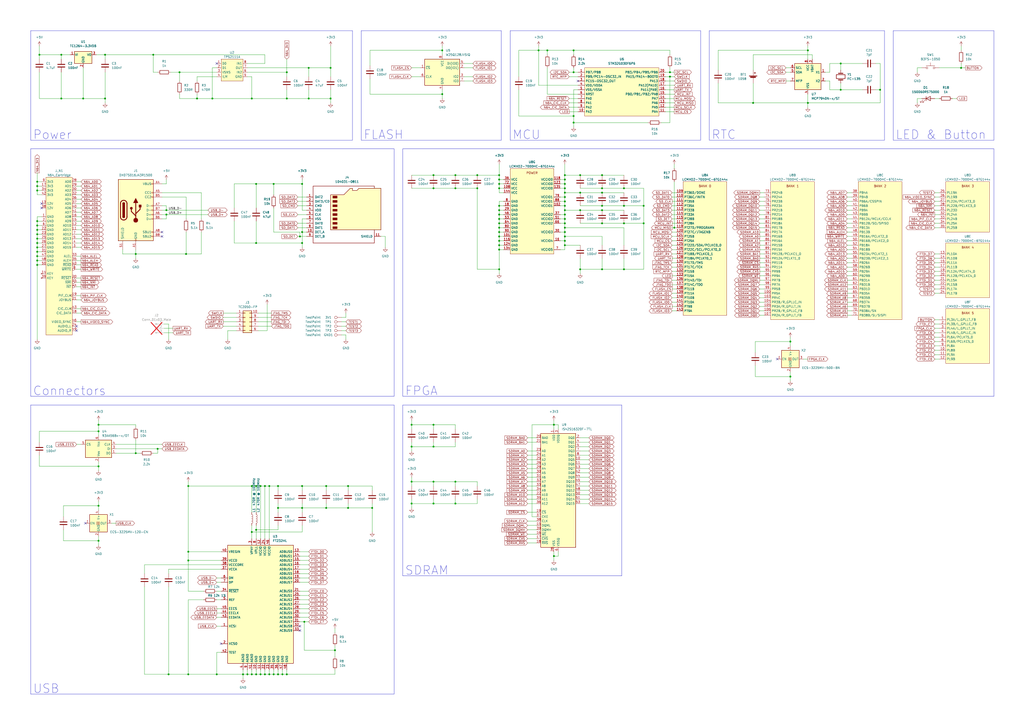
<source format=kicad_sch>
(kicad_sch (version 20231120) (generator "eeschema") (generator_version "8.0")
  (paper "A2")
  (title_block (title "SummerCart64") (date "2024-08-11") (rev "2.1") (company "Mateusz Faderewski"))
  (junction (at 332.74 67.31))
  (junction (at 289.56 124.46))
  (junction (at 289.56 156.21))
  (junction (at 361.95 129.54))
  (junction (at 179.07 39.37))
  (junction (at 189.23 281.94))
  (junction (at 151.13 391.16))
  (junction (at 327.66 132.08))
  (junction (at 289.56 129.54))
  (junction (at 361.95 119.38))
  (junction (at 349.25 156.21))
  (junction (at 57.15 270.51))
  (junction (at 109.22 320.04))
  (junction (at 373.38 129.54))
  (junction (at 21.59 105.41))
  (junction (at 97.79 391.16))
  (junction (at 327.66 114.3))
  (junction (at 349.25 111.76))
  (junction (at 21.59 146.05))
  (junction (at 88.9 31.75))
  (junction (at 107.95 147.32))
  (junction (at 251.46 109.22))
  (junction (at 327.66 139.7))
  (junction (at 238.76 279.4))
  (junction (at 114.3 57.15))
  (junction (at 166.37 41.91))
  (junction (at 251.46 259.08))
  (junction (at 161.29 294.64))
  (junction (at 156.21 391.16))
  (junction (at 349.25 109.22))
  (junction (at 57.15 293.37))
  (junction (at 327.66 111.76))
  (junction (at 158.75 391.16))
  (junction (at 276.86 109.22))
  (junction (at 264.16 101.6))
  (junction (at 327.66 137.16))
  (junction (at 327.66 101.6))
  (junction (at 194.31 377.19))
  (junction (at 21.59 130.81))
  (junction (at 327.66 134.62))
  (junction (at 468.63 29.21))
  (junction (at 179.07 57.15))
  (junction (at 96.52 124.46))
  (junction (at 321.31 246.38))
  (junction (at 57.15 313.69))
  (junction (at 166.37 57.15))
  (junction (at 60.96 31.75))
  (junction (at 327.66 116.84))
  (junction (at 327.66 142.24))
  (junction (at 289.56 127))
  (junction (at 327.66 119.38))
  (junction (at 388.62 41.91))
  (junction (at 21.59 153.67))
  (junction (at 264.16 279.4))
  (junction (at 289.56 119.38))
  (junction (at 21.59 128.27))
  (junction (at 175.26 140.97))
  (junction (at 140.97 391.16))
  (junction (at 317.5 29.21))
  (junction (at 289.56 109.22))
  (junction (at 349.25 119.38))
  (junction (at 201.93 281.94))
  (junction (at 336.55 101.6))
  (junction (at 373.38 119.38))
  (junction (at 289.56 144.78))
  (junction (at 175.26 281.94))
  (junction (at 21.59 148.59))
  (junction (at 161.29 281.94))
  (junction (at 312.42 29.21))
  (junction (at 436.88 59.69))
  (junction (at 289.56 106.68))
  (junction (at 332.74 41.91))
  (junction (at 48.26 57.15))
  (junction (at 161.29 391.16))
  (junction (at 361.95 109.22))
  (junction (at 21.59 143.51))
  (junction (at 458.47 218.44))
  (junction (at 57.15 246.38))
  (junction (at 458.47 198.12))
  (junction (at 21.59 107.95))
  (junction (at 468.63 59.69))
  (junction (at 35.56 31.75))
  (junction (at 96.52 121.92))
  (junction (at 21.59 135.89))
  (junction (at 125.73 391.16))
  (junction (at 349.25 121.92))
  (junction (at 289.56 142.24))
  (junction (at 251.46 279.4))
  (junction (at 264.16 109.22))
  (junction (at 327.66 106.68))
  (junction (at 175.26 294.64))
  (junction (at 91.44 260.35))
  (junction (at 156.21 281.94))
  (junction (at 175.26 106.68))
  (junction (at 146.05 281.94))
  (junction (at 332.74 29.21))
  (junction (at 191.77 39.37))
  (junction (at 388.62 44.45))
  (junction (at 78.74 262.89))
  (junction (at 143.51 391.16))
  (junction (at 146.05 308.61))
  (junction (at 146.05 57.15))
  (junction (at 336.55 121.92))
  (junction (at 349.25 101.6))
  (junction (at 158.75 106.68))
  (junction (at 166.37 391.16))
  (junction (at 251.46 101.6))
  (junction (at 327.66 129.54))
  (junction (at 153.67 391.16))
  (junction (at 289.56 104.14))
  (junction (at 78.74 147.32))
  (junction (at 22.86 31.75))
  (junction (at 487.68 36.83))
  (junction (at 21.59 133.35))
  (junction (at 60.96 57.15))
  (junction (at 264.16 292.1))
  (junction (at 557.53 39.37))
  (junction (at 21.59 110.49))
  (junction (at 289.56 137.16))
  (junction (at 176.53 360.68))
  (junction (at 327.66 104.14))
  (junction (at 35.56 57.15))
  (junction (at 391.16 132.08))
  (junction (at 148.59 307.34))
  (junction (at 276.86 101.6))
  (junction (at 336.55 156.21))
  (junction (at 289.56 101.6))
  (junction (at 289.56 134.62))
  (junction (at 57.15 250.19))
  (junction (at 151.13 281.94))
  (junction (at 349.25 129.54))
  (junction (at 191.77 57.15))
  (junction (at 146.05 391.16))
  (junction (at 510.54 52.07))
  (junction (at 289.56 132.08))
  (junction (at 289.56 121.92))
  (junction (at 487.68 52.07))
  (junction (at 123.19 57.15))
  (junction (at 148.59 391.16))
  (junction (at 175.26 134.62))
  (junction (at 163.83 391.16))
  (junction (at 321.31 322.58))
  (junction (at 215.9 294.64))
  (junction (at 251.46 292.1))
  (junction (at 332.74 71.12))
  (junction (at 173.99 137.16))
  (junction (at 148.59 140.97))
  (junction (at 289.56 139.7))
  (junction (at 361.95 156.21))
  (junction (at 336.55 111.76))
  (junction (at 21.59 151.13))
  (junction (at 153.67 281.94))
  (junction (at 256.54 54.61))
  (junction (at 256.54 29.21))
  (junction (at 104.14 41.91))
  (junction (at 327.66 124.46))
  (junction (at 189.23 294.64))
  (junction (at 238.76 259.08))
  (junction (at 21.59 140.97))
  (junction (at 148.59 281.94))
  (junction (at 109.22 281.94))
  (junction (at 327.66 109.22))
  (junction (at 21.59 138.43))
  (junction (at 238.76 292.1))
  (junction (at 109.22 391.16))
  (junction (at 327.66 127))
  (junction (at 201.93 294.64))
  (junction (at 238.76 246.38))
  (junction (at 109.22 325.12))
  (junction (at 251.46 246.38))
  (junction (at 148.59 106.68))
  (junction (at 327.66 121.92))
  (no_connect (at 44.45 191.77))
  (no_connect (at 44.45 189.23))
  (no_connect (at 24.13 118.11))
  (no_connect (at 24.13 120.65))
  (no_connect (at 335.28 46.99))
  (no_connect (at 125.73 36.83))
  (no_connect (at 173.99 363.22))
  (no_connect (at 173.99 365.76))
  (no_connect (at 93.98 134.62))
  (no_connect (at 93.98 137.16))
  (no_connect (at 49.53 303.53))
  (no_connect (at 128.27 373.38))
  (no_connect (at 450.85 208.28))
  (wire (pts (xy 123.19 39.37) (xy 123.19 57.15)))
  (wire (pts (xy 332.74 39.37) (xy 332.74 41.91)))
  (wire (pts (xy 440.69 165.1) (xy 443.23 165.1)))
  (wire (pts (xy 389.89 147.32) (xy 392.43 147.32)))
  (wire (pts (xy 389.89 114.3) (xy 392.43 114.3)))
  (wire (pts (xy 391.16 95.25) (xy 391.16 97.79)))
  (wire (pts (xy 78.74 255.27) (xy 78.74 262.89)))
  (wire (pts (xy 336.55 289.56) (xy 341.63 289.56)))
  (wire (pts (xy 542.29 127) (xy 544.83 127)))
  (wire (pts (xy 336.55 287.02) (xy 341.63 287.02)))
  (wire (pts (xy 173.99 347.98) (xy 179.07 347.98)))
  (wire (pts (xy 386.08 44.45) (xy 388.62 44.45)))
  (wire (pts (xy 93.98 106.68) (xy 96.52 106.68)))
  (wire (pts (xy 264.16 259.08) (xy 264.16 256.54)))
  (wire (pts (xy 317.5 29.21) (xy 332.74 29.21)))
  (wire (pts (xy 336.55 101.6) (xy 349.25 101.6)))
  (wire (pts (xy 21.59 135.89) (xy 21.59 138.43)))
  (wire (pts (xy 201.93 281.94) (xy 201.93 284.48)))
  (wire (pts (xy 389.89 134.62) (xy 392.43 134.62)))
  (wire (pts (xy 542.29 129.54) (xy 544.83 129.54)))
  (wire (pts (xy 125.73 342.9) (xy 128.27 342.9)))
  (wire (pts (xy 22.86 31.75) (xy 35.56 31.75)))
  (wire (pts (xy 468.63 54.61) (xy 468.63 59.69)))
  (wire (pts (xy 491.49 175.26) (xy 494.03 175.26)))
  (wire (pts (xy 386.08 52.07) (xy 391.16 52.07)))
  (wire (pts (xy 306.07 302.26) (xy 311.15 302.26)))
  (wire (pts (xy 148.59 281.94) (xy 146.05 281.94)))
  (wire (pts (xy 148.59 307.34) (xy 148.59 312.42)))
  (wire (pts (xy 114.3 44.45) (xy 125.73 44.45)))
  (polyline (pts (xy 513.08 17.78) (xy 513.08 81.28)))
  (wire (pts (xy 389.89 172.72) (xy 392.43 172.72)))
  (wire (pts (xy 238.76 243.84) (xy 238.76 246.38)))
  (wire (pts (xy 238.76 39.37) (xy 243.84 39.37)))
  (polyline (pts (xy 295.91 17.78) (xy 406.4 17.78)))
  (wire (pts (xy 481.33 52.07) (xy 487.68 52.07)))
  (wire (pts (xy 125.73 347.98) (xy 128.27 347.98)))
  (wire (pts (xy 325.12 134.62) (xy 327.66 134.62)))
  (wire (pts (xy 83.82 391.16) (xy 97.79 391.16)))
  (wire (pts (xy 542.29 149.86) (xy 544.83 149.86)))
  (wire (pts (xy 238.76 276.86) (xy 238.76 279.4)))
  (wire (pts (xy 491.49 160.02) (xy 494.03 160.02)))
  (wire (pts (xy 383.54 71.12) (xy 388.62 71.12)))
  (wire (pts (xy 361.95 156.21) (xy 373.38 156.21)))
  (wire (pts (xy 373.38 109.22) (xy 373.38 119.38)))
  (wire (pts (xy 276.86 109.22) (xy 276.86 156.21)))
  (wire (pts (xy 57.15 290.83) (xy 57.15 293.37)))
  (wire (pts (xy 158.75 120.65) (xy 158.75 134.62)))
  (wire (pts (xy 491.49 114.3) (xy 494.03 114.3)))
  (wire (pts (xy 321.31 322.58) (xy 323.85 322.58)))
  (wire (pts (xy 306.07 284.48) (xy 311.15 284.48)))
  (wire (pts (xy 44.45 138.43) (xy 46.99 138.43)))
  (wire (pts (xy 458.47 215.9) (xy 458.47 218.44)))
  (wire (pts (xy 264.16 246.38) (xy 264.16 248.92)))
  (wire (pts (xy 78.74 144.78) (xy 78.74 147.32)))
  (wire (pts (xy 238.76 279.4) (xy 251.46 279.4)))
  (wire (pts (xy 93.98 111.76) (xy 116.84 111.76)))
  (wire (pts (xy 308.61 246.38) (xy 321.31 246.38)))
  (polyline (pts (xy 228.6 402.59) (xy 17.78 402.59)))
  (wire (pts (xy 148.59 106.68) (xy 158.75 106.68)))
  (wire (pts (xy 336.55 261.62) (xy 341.63 261.62)))
  (wire (pts (xy 440.69 180.34) (xy 443.23 180.34)))
  (wire (pts (xy 289.56 124.46) (xy 289.56 127)))
  (wire (pts (xy 332.74 71.12) (xy 375.92 71.12)))
  (polyline (pts (xy 233.68 86.36) (xy 233.68 229.87)))
  (wire (pts (xy 256.54 54.61) (xy 214.63 54.61)))
  (wire (pts (xy 330.2 59.69) (xy 335.28 59.69)))
  (wire (pts (xy 175.26 127) (xy 175.26 134.62)))
  (wire (pts (xy 200.66 189.23) (xy 198.12 189.23)))
  (wire (pts (xy 349.25 156.21) (xy 361.95 156.21)))
  (wire (pts (xy 557.53 26.67) (xy 557.53 29.21)))
  (polyline (pts (xy 228.6 229.87) (xy 17.78 229.87)))
  (wire (pts (xy 173.99 345.44) (xy 179.07 345.44)))
  (wire (pts (xy 189.23 292.1) (xy 189.23 294.64)))
  (wire (pts (xy 238.76 248.92) (xy 238.76 246.38)))
  (wire (pts (xy 438.15 198.12) (xy 458.47 198.12)))
  (wire (pts (xy 96.52 119.38) (xy 96.52 121.92)))
  (wire (pts (xy 238.76 292.1) (xy 251.46 292.1)))
  (wire (pts (xy 349.25 119.38) (xy 361.95 119.38)))
  (wire (pts (xy 440.69 111.76) (xy 443.23 111.76)))
  (wire (pts (xy 24.13 125.73) (xy 21.59 125.73)))
  (wire (pts (xy 336.55 259.08) (xy 341.63 259.08)))
  (wire (pts (xy 251.46 246.38) (xy 264.16 246.38)))
  (wire (pts (xy 179.07 39.37) (xy 179.07 44.45)))
  (wire (pts (xy 542.29 132.08) (xy 544.83 132.08)))
  (wire (pts (xy 349.25 137.16) (xy 327.66 137.16)))
  (wire (pts (xy 158.75 106.68) (xy 158.75 113.03)))
  (wire (pts (xy 361.95 132.08) (xy 361.95 142.24)))
  (wire (pts (xy 455.93 39.37) (xy 458.47 39.37)))
  (wire (pts (xy 468.63 59.69) (xy 468.63 62.23)))
  (wire (pts (xy 153.67 391.16) (xy 156.21 391.16)))
  (wire (pts (xy 330.2 64.77) (xy 335.28 64.77)))
  (wire (pts (xy 172.72 114.3) (xy 177.8 114.3)))
  (wire (pts (xy 71.12 144.78) (xy 71.12 147.32)))
  (wire (pts (xy 389.89 111.76) (xy 392.43 111.76)))
  (wire (pts (xy 542.29 162.56) (xy 544.83 162.56)))
  (wire (pts (xy 327.66 132.08) (xy 327.66 129.54)))
  (wire (pts (xy 109.22 325.12) (xy 109.22 320.04)))
  (wire (pts (xy 542.29 114.3) (xy 544.83 114.3)))
  (wire (pts (xy 44.45 173.99) (xy 46.99 173.99)))
  (wire (pts (xy 71.12 147.32) (xy 78.74 147.32)))
  (wire (pts (xy 289.56 109.22) (xy 292.1 109.22)))
  (wire (pts (xy 22.86 26.67) (xy 22.86 31.75)))
  (wire (pts (xy 104.14 41.91) (xy 104.14 46.99)))
  (wire (pts (xy 21.59 130.81) (xy 21.59 133.35)))
  (wire (pts (xy 542.29 160.02) (xy 544.83 160.02)))
  (wire (pts (xy 323.85 248.92) (xy 323.85 246.38)))
  (wire (pts (xy 491.49 124.46) (xy 494.03 124.46)))
  (wire (pts (xy 440.69 127) (xy 443.23 127)))
  (wire (pts (xy 161.29 391.16) (xy 163.83 391.16)))
  (wire (pts (xy 125.73 39.37) (xy 123.19 39.37)))
  (wire (pts (xy 349.25 142.24) (xy 349.25 137.16)))
  (wire (pts (xy 44.45 171.45) (xy 46.99 171.45)))
  (wire (pts (xy 389.89 129.54) (xy 392.43 129.54)))
  (polyline (pts (xy 17.78 234.95) (xy 17.78 402.59)))
  (wire (pts (xy 289.56 119.38) (xy 292.1 119.38)))
  (wire (pts (xy 153.67 36.83) (xy 153.67 31.75)))
  (wire (pts (xy 306.07 271.78) (xy 311.15 271.78)))
  (wire (pts (xy 306.07 289.56) (xy 311.15 289.56)))
  (polyline (pts (xy 576.58 229.87) (xy 233.68 229.87)))
  (wire (pts (xy 176.53 360.68) (xy 179.07 360.68)))
  (wire (pts (xy 491.49 167.64) (xy 494.03 167.64)))
  (wire (pts (xy 389.89 139.7) (xy 392.43 139.7)))
  (wire (pts (xy 24.13 113.03) (xy 21.59 113.03)))
  (wire (pts (xy 135.89 120.65) (xy 135.89 106.68)))
  (wire (pts (xy 220.98 137.16) (xy 223.52 137.16)))
  (wire (pts (xy 361.95 129.54) (xy 373.38 129.54)))
  (wire (pts (xy 148.59 297.18) (xy 148.59 281.94)))
  (wire (pts (xy 306.07 312.42) (xy 311.15 312.42)))
  (wire (pts (xy 491.49 149.86) (xy 494.03 149.86)))
  (wire (pts (xy 21.59 146.05) (xy 21.59 148.59)))
  (wire (pts (xy 373.38 129.54) (xy 373.38 156.21)))
  (wire (pts (xy 91.44 260.35) (xy 93.98 260.35)))
  (wire (pts (xy 22.86 256.54) (xy 22.86 250.19)))
  (wire (pts (xy 289.56 134.62) (xy 292.1 134.62)))
  (wire (pts (xy 57.15 243.84) (xy 57.15 246.38)))
  (wire (pts (xy 289.56 144.78) (xy 289.56 156.21)))
  (wire (pts (xy 312.42 29.21) (xy 312.42 49.53)))
  (wire (pts (xy 389.89 177.8) (xy 392.43 177.8)))
  (wire (pts (xy 57.15 313.69) (xy 57.15 316.23)))
  (wire (pts (xy 200.66 191.77) (xy 198.12 191.77)))
  (wire (pts (xy 336.55 269.24) (xy 341.63 269.24)))
  (wire (pts (xy 146.05 57.15) (xy 123.19 57.15)))
  (wire (pts (xy 289.56 106.68) (xy 292.1 106.68)))
  (wire (pts (xy 323.85 322.58) (xy 323.85 320.04)))
  (wire (pts (xy 44.45 153.67) (xy 46.99 153.67)))
  (wire (pts (xy 88.9 31.75) (xy 88.9 41.91)))
  (wire (pts (xy 327.66 119.38) (xy 327.66 116.84)))
  (wire (pts (xy 166.37 41.91) (xy 166.37 44.45)))
  (wire (pts (xy 289.56 139.7) (xy 292.1 139.7)))
  (wire (pts (xy 125.73 355.6) (xy 128.27 355.6)))
  (wire (pts (xy 97.79 330.2) (xy 97.79 332.74)))
  (wire (pts (xy 269.24 44.45) (xy 274.32 44.45)))
  (wire (pts (xy 88.9 262.89) (xy 91.44 262.89)))
  (wire (pts (xy 57.15 311.15) (xy 57.15 313.69)))
  (wire (pts (xy 552.45 57.15) (xy 554.99 57.15)))
  (wire (pts (xy 276.86 292.1) (xy 276.86 289.56)))
  (wire (pts (xy 289.56 142.24) (xy 292.1 142.24)))
  (wire (pts (xy 21.59 135.89) (xy 24.13 135.89)))
  (wire (pts (xy 166.37 52.07) (xy 166.37 57.15)))
  (wire (pts (xy 542.29 154.94) (xy 544.83 154.94)))
  (wire (pts (xy 330.2 57.15) (xy 335.28 57.15)))
  (wire (pts (xy 173.99 320.04) (xy 179.07 320.04)))
  (wire (pts (xy 276.86 156.21) (xy 289.56 156.21)))
  (wire (pts (xy 173.99 332.74) (xy 179.07 332.74)))
  (wire (pts (xy 35.56 41.91) (xy 35.56 57.15)))
  (wire (pts (xy 542.29 165.1) (xy 544.83 165.1)))
  (wire (pts (xy 481.33 41.91) (xy 481.33 36.83)))
  (wire (pts (xy 143.51 391.16) (xy 146.05 391.16)))
  (wire (pts (xy 491.49 111.76) (xy 494.03 111.76)))
  (wire (pts (xy 491.49 116.84) (xy 494.03 116.84)))
  (wire (pts (xy 140.97 388.62) (xy 140.97 391.16)))
  (wire (pts (xy 140.97 391.16) (xy 143.51 391.16)))
  (wire (pts (xy 292.1 111.76) (xy 289.56 111.76)))
  (wire (pts (xy 44.45 130.81) (xy 46.99 130.81)))
  (wire (pts (xy 440.69 177.8) (xy 443.23 177.8)))
  (wire (pts (xy 264.16 292.1) (xy 276.86 292.1)))
  (wire (pts (xy 487.68 36.83) (xy 487.68 40.64)))
  (wire (pts (xy 129.54 184.15) (xy 137.16 184.15)))
  (wire (pts (xy 289.56 137.16) (xy 292.1 137.16)))
  (wire (pts (xy 349.25 109.22) (xy 361.95 109.22)))
  (wire (pts (xy 166.37 391.16) (xy 166.37 388.62)))
  (wire (pts (xy 175.26 134.62) (xy 175.26 140.97)))
  (wire (pts (xy 491.49 121.92) (xy 494.03 121.92)))
  (wire (pts (xy 60.96 41.91) (xy 60.96 57.15)))
  (wire (pts (xy 440.69 175.26) (xy 443.23 175.26)))
  (wire (pts (xy 336.55 266.7) (xy 341.63 266.7)))
  (wire (pts (xy 116.84 134.62) (xy 116.84 147.32)))
  (wire (pts (xy 542.29 147.32) (xy 544.83 147.32)))
  (wire (pts (xy 96.52 127) (xy 96.52 124.46)))
  (wire (pts (xy 306.07 264.16) (xy 311.15 264.16)))
  (wire (pts (xy 306.07 297.18) (xy 311.15 297.18)))
  (wire (pts (xy 125.73 337.82) (xy 128.27 337.82)))
  (wire (pts (xy 172.72 116.84) (xy 177.8 116.84)))
  (wire (pts (xy 306.07 274.32) (xy 311.15 274.32)))
  (wire (pts (xy 478.79 41.91) (xy 481.33 41.91)))
  (polyline (pts (xy 290.83 81.28) (xy 209.55 81.28)))
  (wire (pts (xy 176.53 377.19) (xy 194.31 377.19)))
  (wire (pts (xy 478.79 46.99) (xy 481.33 46.99)))
  (wire (pts (xy 21.59 140.97) (xy 21.59 143.51)))
  (wire (pts (xy 44.45 181.61) (xy 46.99 181.61)))
  (wire (pts (xy 321.31 246.38) (xy 321.31 248.92)))
  (wire (pts (xy 300.99 67.31) (xy 332.74 67.31)))
  (wire (pts (xy 534.67 39.37) (xy 532.13 39.37)))
  (wire (pts (xy 96.52 104.14) (xy 96.52 106.68)))
  (wire (pts (xy 438.15 218.44) (xy 458.47 218.44)))
  (wire (pts (xy 251.46 279.4) (xy 264.16 279.4)))
  (wire (pts (xy 200.66 194.31) (xy 200.66 196.85)))
  (wire (pts (xy 158.75 388.62) (xy 158.75 391.16)))
  (wire (pts (xy 176.53 360.68) (xy 176.53 377.19)))
  (wire (pts (xy 78.74 147.32) (xy 78.74 149.86)))
  (wire (pts (xy 491.49 144.78) (xy 494.03 144.78)))
  (wire (pts (xy 336.55 111.76) (xy 349.25 111.76)))
  (wire (pts (xy 97.79 330.2) (xy 128.27 330.2)))
  (wire (pts (xy 292.1 116.84) (xy 289.56 116.84)))
  (wire (pts (xy 148.59 391.16) (xy 151.13 391.16)))
  (wire (pts (xy 361.95 149.86) (xy 361.95 156.21)))
  (wire (pts (xy 148.59 128.27) (xy 148.59 140.97)))
  (wire (pts (xy 161.29 281.94) (xy 161.29 284.48)))
  (polyline (pts (xy 576.58 81.28) (xy 518.16 81.28)))
  (polyline (pts (xy 17.78 86.36) (xy 228.6 86.36)))
  (wire (pts (xy 306.07 281.94) (xy 311.15 281.94)))
  (wire (pts (xy 416.56 48.26) (xy 416.56 59.69)))
  (wire (pts (xy 22.86 41.91) (xy 22.86 57.15)))
  (wire (pts (xy 542.29 152.4) (xy 544.83 152.4)))
  (wire (pts (xy 510.54 52.07) (xy 510.54 59.69)))
  (wire (pts (xy 35.56 57.15) (xy 48.26 57.15)))
  (wire (pts (xy 238.76 109.22) (xy 251.46 109.22)))
  (wire (pts (xy 300.99 29.21) (xy 312.42 29.21)))
  (wire (pts (xy 114.3 57.15) (xy 123.19 57.15)))
  (wire (pts (xy 156.21 388.62) (xy 156.21 391.16)))
  (wire (pts (xy 542.29 208.28) (xy 544.83 208.28)))
  (wire (pts (xy 389.89 165.1) (xy 392.43 165.1)))
  (polyline (pts (xy 406.4 17.78) (xy 406.4 81.28)))
  (wire (pts (xy 44.45 105.41) (xy 46.99 105.41)))
  (wire (pts (xy 438.15 204.47) (xy 438.15 198.12)))
  (wire (pts (xy 96.52 124.46) (xy 120.65 124.46)))
  (wire (pts (xy 388.62 41.91) (xy 391.16 41.91)))
  (wire (pts (xy 327.66 111.76) (xy 327.66 114.3)))
  (wire (pts (xy 173.99 358.14) (xy 179.07 358.14)))
  (wire (pts (xy 173.99 353.06) (xy 179.07 353.06)))
  (wire (pts (xy 458.47 218.44) (xy 458.47 220.98)))
  (wire (pts (xy 21.59 128.27) (xy 21.59 130.81)))
  (wire (pts (xy 158.75 106.68) (xy 175.26 106.68)))
  (wire (pts (xy 156.21 281.94) (xy 156.21 312.42)))
  (wire (pts (xy 389.89 144.78) (xy 392.43 144.78)))
  (wire (pts (xy 22.86 57.15) (xy 35.56 57.15)))
  (wire (pts (xy 491.49 170.18) (xy 494.03 170.18)))
  (wire (pts (xy 118.11 342.9) (xy 109.22 342.9)))
  (wire (pts (xy 330.2 62.23) (xy 335.28 62.23)))
  (wire (pts (xy 542.29 111.76) (xy 544.83 111.76)))
  (wire (pts (xy 306.07 261.62) (xy 311.15 261.62)))
  (wire (pts (xy 306.07 254) (xy 311.15 254)))
  (polyline (pts (xy 290.83 17.78) (xy 290.83 81.28)))
  (wire (pts (xy 44.45 156.21) (xy 46.99 156.21)))
  (wire (pts (xy 21.59 133.35) (xy 24.13 133.35)))
  (wire (pts (xy 173.99 335.28) (xy 179.07 335.28)))
  (wire (pts (xy 289.56 132.08) (xy 292.1 132.08)))
  (wire (pts (xy 491.49 139.7) (xy 494.03 139.7)))
  (wire (pts (xy 96.52 121.92) (xy 120.65 121.92)))
  (wire (pts (xy 471.17 31.75) (xy 436.88 31.75)))
  (wire (pts (xy 140.97 391.16) (xy 140.97 393.7)))
  (wire (pts (xy 238.76 259.08) (xy 251.46 259.08)))
  (wire (pts (xy 306.07 287.02) (xy 311.15 287.02)))
  (wire (pts (xy 440.69 139.7) (xy 443.23 139.7)))
  (polyline (pts (xy 17.78 86.36) (xy 17.78 229.87)))
  (wire (pts (xy 175.26 140.97) (xy 175.26 143.51)))
  (wire (pts (xy 22.86 250.19) (xy 57.15 250.19)))
  (wire (pts (xy 175.26 127) (xy 177.8 127)))
  (wire (pts (xy 21.59 133.35) (xy 21.59 135.89)))
  (wire (pts (xy 78.74 262.89) (xy 81.28 262.89)))
  (wire (pts (xy 327.66 119.38) (xy 327.66 121.92)))
  (wire (pts (xy 327.66 121.92) (xy 327.66 124.46)))
  (wire (pts (xy 172.72 137.16) (xy 173.99 137.16)))
  (wire (pts (xy 327.66 124.46) (xy 325.12 124.46)))
  (wire (pts (xy 386.08 49.53) (xy 391.16 49.53)))
  (wire (pts (xy 173.99 330.2) (xy 179.07 330.2)))
  (wire (pts (xy 48.26 39.37) (xy 48.26 57.15)))
  (wire (pts (xy 156.21 391.16) (xy 158.75 391.16)))
  (wire (pts (xy 336.55 264.16) (xy 341.63 264.16)))
  (wire (pts (xy 542.29 198.12) (xy 544.83 198.12)))
  (polyline (pts (xy 17.78 17.78) (xy 204.47 17.78)))
  (wire (pts (xy 44.45 123.19) (xy 46.99 123.19)))
  (wire (pts (xy 440.69 134.62) (xy 443.23 134.62)))
  (wire (pts (xy 175.26 104.14) (xy 175.26 106.68)))
  (wire (pts (xy 109.22 391.16) (xy 125.73 391.16)))
  (wire (pts (xy 57.15 250.19) (xy 57.15 252.73)))
  (wire (pts (xy 336.55 156.21) (xy 336.55 158.75)))
  (wire (pts (xy 60.96 31.75) (xy 88.9 31.75)))
  (wire (pts (xy 327.66 137.16) (xy 327.66 139.7)))
  (wire (pts (xy 289.56 119.38) (xy 289.56 121.92)))
  (wire (pts (xy 251.46 259.08) (xy 264.16 259.08)))
  (wire (pts (xy 67.31 262.89) (xy 78.74 262.89)))
  (wire (pts (xy 542.29 200.66) (xy 544.83 200.66)))
  (wire (pts (xy 97.79 187.96) (xy 97.79 196.85)))
  (wire (pts (xy 349.25 149.86) (xy 349.25 156.21)))
  (wire (pts (xy 116.84 111.76) (xy 116.84 127)))
  (polyline (pts (xy 209.55 17.78) (xy 209.55 81.28)))
  (wire (pts (xy 440.69 129.54) (xy 443.23 129.54)))
  (wire (pts (xy 440.69 132.08) (xy 443.23 132.08)))
  (wire (pts (xy 510.54 36.83) (xy 510.54 52.07)))
  (wire (pts (xy 57.15 246.38) (xy 78.74 246.38)))
  (wire (pts (xy 143.51 388.62) (xy 143.51 391.16)))
  (wire (pts (xy 440.69 121.92) (xy 443.23 121.92)))
  (wire (pts (xy 440.69 154.94) (xy 443.23 154.94)))
  (wire (pts (xy 55.88 31.75) (xy 60.96 31.75)))
  (wire (pts (xy 238.76 246.38) (xy 251.46 246.38)))
  (wire (pts (xy 21.59 140.97) (xy 24.13 140.97)))
  (wire (pts (xy 306.07 269.24) (xy 311.15 269.24)))
  (wire (pts (xy 91.44 41.91) (xy 88.9 41.91)))
  (wire (pts (xy 508 36.83) (xy 510.54 36.83)))
  (wire (pts (xy 327.66 127) (xy 327.66 124.46)))
  (wire (pts (xy 289.56 104.14) (xy 292.1 104.14)))
  (wire (pts (xy 151.13 391.16) (xy 153.67 391.16)))
  (wire (pts (xy 487.68 52.07) (xy 500.38 52.07)))
  (wire (pts (xy 194.31 377.19) (xy 194.31 381)))
  (wire (pts (xy 466.09 208.28) (xy 468.63 208.28)))
  (wire (pts (xy 93.98 114.3) (xy 107.95 114.3)))
  (wire (pts (xy 440.69 124.46) (xy 443.23 124.46)))
  (wire (pts (xy 491.49 182.88) (xy 494.03 182.88)))
  (wire (pts (xy 173.99 322.58) (xy 179.07 322.58)))
  (wire (pts (xy 389.89 127) (xy 392.43 127)))
  (wire (pts (xy 289.56 142.24) (xy 289.56 144.78)))
  (wire (pts (xy 336.55 276.86) (xy 341.63 276.86)))
  (wire (pts (xy 491.49 157.48) (xy 494.03 157.48)))
  (wire (pts (xy 201.93 281.94) (xy 215.9 281.94)))
  (wire (pts (xy 93.98 124.46) (xy 96.52 124.46)))
  (polyline (pts (xy 406.4 81.28) (xy 295.91 81.28)))
  (wire (pts (xy 175.26 292.1) (xy 175.26 294.64)))
  (wire (pts (xy 99.06 41.91) (xy 104.14 41.91)))
  (wire (pts (xy 104.14 41.91) (xy 125.73 41.91)))
  (wire (pts (xy 481.33 36.83) (xy 487.68 36.83)))
  (wire (pts (xy 349.25 129.54) (xy 361.95 129.54)))
  (wire (pts (xy 153.67 281.94) (xy 156.21 281.94)))
  (wire (pts (xy 269.24 39.37) (xy 274.32 39.37)))
  (wire (pts (xy 264.16 101.6) (xy 276.86 101.6)))
  (wire (pts (xy 44.45 161.29) (xy 46.99 161.29)))
  (wire (pts (xy 440.69 147.32) (xy 443.23 147.32)))
  (wire (pts (xy 149.86 181.61) (xy 157.48 181.61)))
  (wire (pts (xy 21.59 143.51) (xy 21.59 146.05)))
  (wire (pts (xy 542.29 187.96) (xy 544.83 187.96)))
  (wire (pts (xy 143.51 36.83) (xy 153.67 36.83)))
  (wire (pts (xy 128.27 327.66) (xy 83.82 327.66)))
  (wire (pts (xy 306.07 276.86) (xy 311.15 276.86)))
  (polyline (pts (xy 209.55 17.78) (xy 290.83 17.78)))
  (polyline (pts (xy 17.78 81.28) (xy 17.78 17.78)))
  (wire (pts (xy 389.89 157.48) (xy 392.43 157.48)))
  (wire (pts (xy 118.11 347.98) (xy 109.22 347.98)))
  (wire (pts (xy 107.95 134.62) (xy 107.95 147.32)))
  (wire (pts (xy 455.93 46.99) (xy 458.47 46.99)))
  (wire (pts (xy 83.82 327.66) (xy 83.82 332.74)))
  (wire (pts (xy 44.45 148.59) (xy 46.99 148.59)))
  (wire (pts (xy 36.83 307.34) (xy 36.83 313.69)))
  (wire (pts (xy 327.66 109.22) (xy 327.66 111.76)))
  (wire (pts (xy 238.76 289.56) (xy 238.76 292.1)))
  (wire (pts (xy 44.45 128.27) (xy 46.99 128.27)))
  (wire (pts (xy 173.99 325.12) (xy 179.07 325.12)))
  (wire (pts (xy 389.89 175.26) (xy 392.43 175.26)))
  (wire (pts (xy 349.25 111.76) (xy 361.95 111.76)))
  (wire (pts (xy 151.13 281.94) (xy 151.13 312.42)))
  (wire (pts (xy 491.49 137.16) (xy 494.03 137.16)))
  (wire (pts (xy 389.89 132.08) (xy 391.16 132.08)))
  (wire (pts (xy 436.88 48.26) (xy 436.88 59.69)))
  (wire (pts (xy 440.69 157.48) (xy 443.23 157.48)))
  (wire (pts (xy 251.46 292.1) (xy 264.16 292.1)))
  (wire (pts (xy 544.83 39.37) (xy 557.53 39.37)))
  (wire (pts (xy 491.49 172.72) (xy 494.03 172.72)))
  (wire (pts (xy 109.22 342.9) (xy 109.22 325.12)))
  (wire (pts (xy 95.25 190.5) (xy 100.33 190.5)))
  (wire (pts (xy 21.59 151.13) (xy 21.59 153.67)))
  (wire (pts (xy 83.82 340.36) (xy 83.82 391.16)))
  (wire (pts (xy 156.21 281.94) (xy 161.29 281.94)))
  (wire (pts (xy 336.55 256.54) (xy 341.63 256.54)))
  (wire (pts (xy 238.76 256.54) (xy 238.76 259.08)))
  (wire (pts (xy 256.54 54.61) (xy 256.54 57.15)))
  (wire (pts (xy 143.51 44.45) (xy 146.05 44.45)))
  (wire (pts (xy 57.15 293.37) (xy 57.15 295.91)))
  (wire (pts (xy 289.56 121.92) (xy 292.1 121.92)))
  (wire (pts (xy 64.77 303.53) (xy 67.31 303.53)))
  (wire (pts (xy 166.37 41.91) (xy 166.37 34.29)))
  (wire (pts (xy 173.99 360.68) (xy 176.53 360.68)))
  (wire (pts (xy 468.63 29.21) (xy 416.56 29.21)))
  (wire (pts (xy 44.45 133.35) (xy 46.99 133.35)))
  (wire (pts (xy 95.25 187.96) (xy 97.79 187.96)))
  (wire (pts (xy 389.89 137.16) (xy 392.43 137.16)))
  (wire (pts (xy 175.26 294.64) (xy 175.26 297.18)))
  (wire (pts (xy 321.31 320.04) (xy 321.31 322.58)))
  (wire (pts (xy 542.29 116.84) (xy 544.83 116.84)))
  (wire (pts (xy 327.66 116.84) (xy 327.66 114.3)))
  (wire (pts (xy 57.15 267.97) (xy 57.15 270.51)))
  (wire (pts (xy 175.26 281.94) (xy 189.23 281.94)))
  (wire (pts (xy 198.12 194.31) (xy 200.66 194.31)))
  (wire (pts (xy 361.95 119.38) (xy 373.38 119.38)))
  (wire (pts (xy 256.54 26.67) (xy 256.54 29.21)))
  (wire (pts (xy 60.96 57.15) (xy 48.26 57.15)))
  (polyline (pts (xy 411.48 17.78) (xy 411.48 81.28)))
  (wire (pts (xy 455.93 41.91) (xy 458.47 41.91)))
  (polyline (pts (xy 228.6 234.95) (xy 228.6 402.59)))
  (wire (pts (xy 361.95 109.22) (xy 373.38 109.22)))
  (wire (pts (xy 146.05 281.94) (xy 146.05 297.18)))
  (wire (pts (xy 22.86 264.16) (xy 22.86 270.51)))
  (wire (pts (xy 491.49 152.4) (xy 494.03 152.4)))
  (wire (pts (xy 148.59 281.94) (xy 151.13 281.94)))
  (wire (pts (xy 44.45 120.65) (xy 46.99 120.65)))
  (wire (pts (xy 173.99 342.9) (xy 179.07 342.9)))
  (wire (pts (xy 289.56 132.08) (xy 289.56 134.62)))
  (wire (pts (xy 238.76 292.1) (xy 238.76 294.64)))
  (wire (pts (xy 416.56 29.21) (xy 416.56 40.64)))
  (wire (pts (xy 35.56 31.75) (xy 40.64 31.75)))
  (wire (pts (xy 21.59 128.27) (xy 24.13 128.27)))
  (wire (pts (xy 325.12 116.84) (xy 327.66 116.84)))
  (wire (pts (xy 386.08 46.99) (xy 391.16 46.99)))
  (wire (pts (xy 93.98 121.92) (xy 96.52 121.92)))
  (wire (pts (xy 336.55 274.32) (xy 341.63 274.32)))
  (wire (pts (xy 78.74 147.32) (xy 107.95 147.32)))
  (wire (pts (xy 289.56 137.16) (xy 289.56 139.7)))
  (wire (pts (xy 491.49 147.32) (xy 494.03 147.32)))
  (wire (pts (xy 149.86 186.69) (xy 157.48 186.69)))
  (wire (pts (xy 542.29 203.2) (xy 544.83 203.2)))
  (wire (pts (xy 201.93 292.1) (xy 201.93 294.64)))
  (wire (pts (xy 189.23 281.94) (xy 189.23 284.48)))
  (wire (pts (xy 97.79 340.36) (xy 97.79 391.16)))
  (wire (pts (xy 44.45 110.49) (xy 46.99 110.49)))
  (wire (pts (xy 542.29 195.58) (xy 544.83 195.58)))
  (wire (pts (xy 109.22 320.04) (xy 128.27 320.04)))
  (wire (pts (xy 44.45 140.97) (xy 46.99 140.97)))
  (wire (pts (xy 289.56 111.76) (xy 289.56 109.22)))
  (wire (pts (xy 57.15 270.51) (xy 57.15 273.05)))
  (wire (pts (xy 135.89 128.27) (xy 135.89 140.97)))
  (wire (pts (xy 391.16 105.41) (xy 391.16 132.08)))
  (polyline (pts (xy 518.16 17.78) (xy 518.16 81.28)))
  (polyline (pts (xy 518.16 17.78) (xy 576.58 17.78)))
  (wire (pts (xy 189.23 294.64) (xy 201.93 294.64)))
  (wire (pts (xy 179.07 52.07) (xy 179.07 57.15)))
  (wire (pts (xy 129.54 186.69) (xy 137.16 186.69)))
  (wire (pts (xy 389.89 121.92) (xy 392.43 121.92)))
  (wire (pts (xy 325.12 109.22) (xy 327.66 109.22)))
  (wire (pts (xy 386.08 62.23) (xy 391.16 62.23)))
  (wire (pts (xy 21.59 148.59) (xy 24.13 148.59)))
  (wire (pts (xy 107.95 147.32) (xy 116.84 147.32)))
  (wire (pts (xy 238.76 281.94) (xy 238.76 279.4)))
  (wire (pts (xy 327.66 101.6) (xy 327.66 104.14)))
  (wire (pts (xy 389.89 180.34) (xy 392.43 180.34)))
  (wire (pts (xy 194.31 374.65) (xy 194.31 377.19)))
  (wire (pts (xy 191.77 59.69) (xy 191.77 57.15)))
  (wire (pts (xy 532.13 39.37) (xy 532.13 41.91)))
  (wire (pts (xy 317.5 39.37) (xy 317.5 54.61)))
  (wire (pts (xy 491.49 165.1) (xy 494.03 165.1)))
  (wire (pts (xy 172.72 129.54) (xy 177.8 129.54)))
  (wire (pts (xy 481.33 46.99) (xy 481.33 52.07)))
  (wire (pts (xy 175.26 294.64) (xy 189.23 294.64)))
  (wire (pts (xy 440.69 160.02) (xy 443.23 160.02)))
  (wire (pts (xy 44.45 125.73) (xy 46.99 125.73)))
  (wire (pts (xy 143.51 41.91) (xy 166.37 41.91)))
  (wire (pts (xy 289.56 127) (xy 289.56 129.54)))
  (wire (pts (xy 175.26 134.62) (xy 177.8 134.62)))
  (wire (pts (xy 332.74 71.12) (xy 332.74 73.66)))
  (wire (pts (xy 256.54 29.21) (xy 214.63 29.21)))
  (wire (pts (xy 44.45 163.83) (xy 46.99 163.83)))
  (wire (pts (xy 264.16 279.4) (xy 276.86 279.4)))
  (wire (pts (xy 158.75 134.62) (xy 173.99 134.62)))
  (wire (pts (xy 306.07 304.8) (xy 311.15 304.8)))
  (wire (pts (xy 173.99 350.52) (xy 179.07 350.52)))
  (wire (pts (xy 542.29 185.42) (xy 544.83 185.42)))
  (wire (pts (xy 215.9 292.1) (xy 215.9 294.64)))
  (wire (pts (xy 44.45 257.81) (xy 46.99 257.81)))
  (wire (pts (xy 161.29 292.1) (xy 161.29 294.64)))
  (wire (pts (xy 104.14 54.61) (xy 104.14 57.15)))
  (wire (pts (xy 173.99 327.66) (xy 179.07 327.66)))
  (wire (pts (xy 215.9 284.48) (xy 215.9 281.94)))
  (wire (pts (xy 321.31 322.58) (xy 321.31 325.12)))
  (wire (pts (xy 88.9 31.75) (xy 153.67 31.75)))
  (wire (pts (xy 311.15 299.72) (xy 308.61 299.72)))
  (polyline (pts (xy 513.08 81.28) (xy 411.48 81.28)))
  (wire (pts (xy 151.13 388.62) (xy 151.13 391.16)))
  (wire (pts (xy 251.46 246.38) (xy 251.46 248.92)))
  (wire (pts (xy 325.12 104.14) (xy 327.66 104.14)))
  (wire (pts (xy 327.66 142.24) (xy 336.55 142.24)))
  (wire (pts (xy 109.22 281.94) (xy 109.22 320.04)))
  (wire (pts (xy 336.55 149.86) (xy 336.55 156.21)))
  (wire (pts (xy 194.31 364.49) (xy 194.31 367.03)))
  (wire (pts (xy 542.29 193.04) (xy 544.83 193.04)))
  (wire (pts (xy 300.99 44.45) (xy 300.99 29.21)))
  (wire (pts (xy 440.69 114.3) (xy 443.23 114.3)))
  (wire (pts (xy 95.25 193.04) (xy 100.33 193.04)))
  (wire (pts (xy 276.86 279.4) (xy 276.86 281.94)))
  (wire (pts (xy 386.08 54.61) (xy 391.16 54.61)))
  (wire (pts (xy 510.54 52.07) (xy 508 52.07)))
  (wire (pts (xy 388.62 39.37) (xy 388.62 41.91)))
  (wire (pts (xy 327.66 134.62) (xy 327.66 137.16)))
  (wire (pts (xy 251.46 279.4) (xy 251.46 281.94)))
  (wire (pts (xy 238.76 259.08) (xy 238.76 261.62)))
  (wire (pts (xy 323.85 246.38) (xy 321.31 246.38)))
  (wire (pts (xy 146.05 57.15) (xy 166.37 57.15)))
  (wire (pts (xy 327.66 114.3) (xy 325.12 114.3)))
  (wire (pts (xy 132.08 191.77) (xy 132.08 196.85)))
  (wire (pts (xy 327.66 132.08) (xy 361.95 132.08)))
  (wire (pts (xy 542.29 119.38) (xy 544.83 119.38)))
  (wire (pts (xy 389.89 170.18) (xy 392.43 170.18)))
  (wire (pts (xy 306.07 292.1) (xy 311.15 292.1)))
  (wire (pts (xy 129.54 181.61) (xy 137.16 181.61)))
  (wire (pts (xy 22.86 270.51) (xy 57.15 270.51)))
  (wire (pts (xy 468.63 59.69) (xy 510.54 59.69)))
  (wire (pts (xy 153.67 388.62) (xy 153.67 391.16)))
  (wire (pts (xy 93.98 119.38) (xy 96.52 119.38)))
  (wire (pts (xy 128.27 378.46) (xy 125.73 378.46)))
  (wire (pts (xy 332.74 67.31) (xy 332.74 71.12)))
  (wire (pts (xy 389.89 152.4) (xy 392.43 152.4)))
  (wire (pts (xy 44.45 151.13) (xy 46.99 151.13)))
  (wire (pts (xy 21.59 100.33) (xy 21.59 105.41)))
  (wire (pts (xy 158.75 391.16) (xy 161.29 391.16)))
  (wire (pts (xy 389.89 162.56) (xy 392.43 162.56)))
  (wire (pts (xy 349.25 101.6) (xy 361.95 101.6)))
  (wire (pts (xy 471.17 34.29) (xy 471.17 31.75)))
  (wire (pts (xy 175.26 121.92) (xy 177.8 121.92)))
  (wire (pts (xy 251.46 101.6) (xy 264.16 101.6)))
  (wire (pts (xy 21.59 146.05) (xy 24.13 146.05)))
  (wire (pts (xy 44.45 186.69) (xy 46.99 186.69)))
  (wire (pts (xy 44.45 166.37) (xy 46.99 166.37)))
  (wire (pts (xy 223.52 137.16) (xy 223.52 143.51)))
  (wire (pts (xy 256.54 52.07) (xy 256.54 54.61)))
  (wire (pts (xy 491.49 177.8) (xy 494.03 177.8)))
  (wire (pts (xy 125.73 378.46) (xy 125.73 391.16)))
  (wire (pts (xy 440.69 142.24) (xy 443.23 142.24)))
  (wire (pts (xy 306.07 256.54) (xy 311.15 256.54)))
  (wire (pts (xy 114.3 54.61) (xy 114.3 57.15)))
  (wire (pts (xy 161.29 281.94) (xy 175.26 281.94)))
  (wire (pts (xy 327.66 121.92) (xy 336.55 121.92)))
  (wire (pts (xy 135.89 140.97) (xy 148.59 140.97)))
  (wire (pts (xy 251.46 289.56) (xy 251.46 292.1)))
  (wire (pts (xy 325.12 127) (xy 327.66 127)))
  (wire (pts (xy 179.07 57.15) (xy 191.77 57.15)))
  (wire (pts (xy 172.72 124.46) (xy 177.8 124.46)))
  (wire (pts (xy 251.46 256.54) (xy 251.46 259.08)))
  (wire (pts (xy 436.88 31.75) (xy 436.88 40.64)))
  (wire (pts (xy 91.44 262.89) (xy 91.44 260.35)))
  (wire (pts (xy 146.05 44.45) (xy 146.05 57.15)))
  (wire (pts (xy 191.77 39.37) (xy 191.77 44.45)))
  (wire (pts (xy 330.2 41.91) (xy 332.74 41.91)))
  (wire (pts (xy 327.66 144.78) (xy 327.66 142.24)))
  (wire (pts (xy 308.61 299.72) (xy 308.61 246.38)))
  (wire (pts (xy 389.89 116.84) (xy 392.43 116.84)))
  (wire (pts (xy 491.49 142.24) (xy 494.03 142.24)))
  (polyline (pts (xy 233.68 234.95) (xy 360.68 234.95)))
  (wire (pts (xy 289.56 121.92) (xy 289.56 124.46)))
  (wire (pts (xy 491.49 119.38) (xy 494.03 119.38)))
  (wire (pts (xy 289.56 106.68) (xy 289.56 104.14)))
  (wire (pts (xy 491.49 180.34) (xy 494.03 180.34)))
  (wire (pts (xy 21.59 138.43) (xy 21.59 140.97)))
  (wire (pts (xy 36.83 293.37) (xy 36.83 299.72)))
  (wire (pts (xy 21.59 151.13) (xy 24.13 151.13)))
  (wire (pts (xy 191.77 57.15) (xy 191.77 52.07)))
  (wire (pts (xy 388.62 44.45) (xy 388.62 71.12)))
  (wire (pts (xy 44.45 107.95) (xy 46.99 107.95)))
  (wire (pts (xy 542.29 157.48) (xy 544.83 157.48)))
  (wire (pts (xy 332.74 41.91) (xy 335.28 41.91)))
  (wire (pts (xy 440.69 116.84) (xy 443.23 116.84)))
  (wire (pts (xy 557.53 39.37) (xy 560.07 39.37)))
  (wire (pts (xy 22.86 31.75) (xy 22.86 34.29)))
  (wire (pts (xy 146.05 391.16) (xy 148.59 391.16)))
  (wire (pts (xy 336.55 292.1) (xy 341.63 292.1)))
  (wire (pts (xy 373.38 119.38) (xy 373.38 129.54)))
  (wire (pts (xy 332.74 29.21) (xy 388.62 29.21)))
  (wire (pts (xy 251.46 109.22) (xy 264.16 109.22)))
  (wire (pts (xy 21.59 110.49) (xy 21.59 107.95)))
  (wire (pts (xy 44.45 135.89) (xy 46.99 135.89)))
  (wire (pts (xy 336.55 279.4) (xy 341.63 279.4)))
  (wire (pts (xy 542.29 124.46) (xy 544.83 124.46)))
  (wire (pts (xy 289.56 127) (xy 292.1 127)))
  (wire (pts (xy 97.79 391.16) (xy 109.22 391.16)))
  (wire (pts (xy 201.93 294.64) (xy 215.9 294.64)))
  (wire (pts (xy 386.08 64.77) (xy 391.16 64.77)))
  (wire (pts (xy 200.66 184.15) (xy 200.66 181.61)))
  (polyline (pts (xy 295.91 17.78) (xy 295.91 81.28)))
  (wire (pts (xy 148.59 140.97) (xy 175.26 140.97)))
  (wire (pts (xy 300.99 52.07) (xy 300.99 67.31)))
  (wire (pts (xy 327.66 101.6) (xy 336.55 101.6)))
  (wire (pts (xy 386.08 57.15) (xy 391.16 57.15)))
  (wire (pts (xy 542.29 167.64) (xy 544.83 167.64)))
  (wire (pts (xy 21.59 130.81) (xy 24.13 130.81)))
  (wire (pts (xy 349.25 156.21) (xy 336.55 156.21)))
  (wire (pts (xy 21.59 138.43) (xy 24.13 138.43)))
  (wire (pts (xy 386.08 59.69) (xy 391.16 59.69)))
  (polyline (pts (xy 204.47 81.28) (xy 17.78 81.28)))
  (wire (pts (xy 491.49 134.62) (xy 494.03 134.62)))
  (wire (pts (xy 289.56 124.46) (xy 292.1 124.46)))
  (wire (pts (xy 458.47 198.12) (xy 458.47 200.66)))
  (wire (pts (xy 215.9 294.64) (xy 215.9 308.61)))
  (wire (pts (xy 173.99 137.16) (xy 177.8 137.16)))
  (wire (pts (xy 67.31 257.81) (xy 93.98 257.81)))
  (wire (pts (xy 391.16 132.08) (xy 392.43 132.08)))
  (wire (pts (xy 289.56 116.84) (xy 289.56 119.38)))
  (wire (pts (xy 109.22 281.94) (xy 146.05 281.94)))
  (wire (pts (xy 389.89 167.64) (xy 392.43 167.64)))
  (wire (pts (xy 289.56 129.54) (xy 289.56 132.08)))
  (wire (pts (xy 109.22 347.98) (xy 109.22 391.16)))
  (wire (pts (xy 491.49 127) (xy 494.03 127)))
  (wire (pts (xy 557.53 36.83) (xy 557.53 39.37)))
  (wire (pts (xy 317.5 29.21) (xy 317.5 31.75)))
  (wire (pts (xy 388.62 44.45) (xy 391.16 44.45)))
  (wire (pts (xy 198.12 184.15) (xy 200.66 184.15)))
  (wire (pts (xy 125.73 353.06) (xy 128.27 353.06)))
  (wire (pts (xy 325.12 106.68) (xy 327.66 106.68)))
  (wire (pts (xy 468.63 59.69) (xy 436.88 59.69)))
  (wire (pts (xy 327.66 129.54) (xy 327.66 127)))
  (wire (pts (xy 276.86 101.6) (xy 289.56 101.6)))
  (wire (pts (xy 238.76 101.6) (xy 251.46 101.6)))
  (wire (pts (xy 389.89 119.38) (xy 392.43 119.38)))
  (polyline (pts (xy 233.68 234.95) (xy 233.68 334.01)))
  (wire (pts (xy 336.55 281.94) (xy 341.63 281.94)))
  (wire (pts (xy 44.45 179.07) (xy 46.99 179.07)))
  (wire (pts (xy 175.26 281.94) (xy 175.26 284.48)))
  (wire (pts (xy 289.56 101.6) (xy 289.56 95.25)))
  (wire (pts (xy 256.54 29.21) (xy 256.54 31.75)))
  (wire (pts (xy 389.89 160.02) (xy 392.43 160.02)))
  (wire (pts (xy 179.07 39.37) (xy 191.77 39.37)))
  (wire (pts (xy 440.69 149.86) (xy 443.23 149.86)))
  (wire (pts (xy 336.55 284.48) (xy 341.63 284.48)))
  (wire (pts (xy 172.72 132.08) (xy 177.8 132.08)))
  (wire (pts (xy 125.73 358.14) (xy 128.27 358.14)))
  (wire (pts (xy 107.95 114.3) (xy 107.95 127)))
  (wire (pts (xy 312.42 29.21) (xy 317.5 29.21)))
  (wire (pts (xy 388.62 31.75) (xy 388.62 29.21)))
  (wire (pts (xy 487.68 48.26) (xy 487.68 52.07)))
  (wire (pts (xy 440.69 137.16) (xy 443.23 137.16)))
  (wire (pts (xy 289.56 104.14) (xy 289.56 101.6)))
  (wire (pts (xy 35.56 31.75) (xy 35.56 34.29)))
  (wire (pts (xy 487.68 36.83) (xy 500.38 36.83)))
  (wire (pts (xy 146.05 308.61) (xy 175.26 308.61)))
  (wire (pts (xy 542.29 57.15) (xy 544.83 57.15)))
  (wire (pts (xy 289.56 139.7) (xy 289.56 142.24)))
  (wire (pts (xy 542.29 170.18) (xy 544.83 170.18)))
  (wire (pts (xy 389.89 124.46) (xy 392.43 124.46)))
  (wire (pts (xy 289.56 109.22) (xy 289.56 106.68)))
  (wire (pts (xy 21.59 153.67) (xy 21.59 196.85)))
  (wire (pts (xy 532.13 57.15) (xy 534.67 57.15)))
  (wire (pts (xy 312.42 26.67) (xy 312.42 29.21)))
  (wire (pts (xy 104.14 57.15) (xy 114.3 57.15)))
  (wire (pts (xy 163.83 388.62) (xy 163.83 391.16)))
  (wire (pts (xy 336.55 129.54) (xy 349.25 129.54)))
  (wire (pts (xy 440.69 119.38) (xy 443.23 119.38)))
  (wire (pts (xy 173.99 355.6) (xy 179.07 355.6)))
  (wire (pts (xy 194.31 388.62) (xy 194.31 391.16)))
  (wire (pts (xy 148.59 120.65) (xy 148.59 106.68)))
  (wire (pts (xy 24.13 107.95) (xy 21.59 107.95)))
  (wire (pts (xy 327.66 142.24) (xy 327.66 139.7)))
  (wire (pts (xy 129.54 189.23) (xy 137.16 189.23)))
  (wire (pts (xy 289.56 129.54) (xy 292.1 129.54)))
  (wire (pts (xy 438.15 212.09) (xy 438.15 218.44)))
  (wire (pts (xy 153.67 281.94) (xy 153.67 312.42)))
  (wire (pts (xy 336.55 254) (xy 341.63 254)))
  (wire (pts (xy 21.59 148.59) (xy 21.59 151.13)))
  (wire (pts (xy 289.56 144.78) (xy 292.1 144.78)))
  (wire (pts (xy 154.94 176.53) (xy 154.94 191.77)))
  (wire (pts (xy 289.56 156.21) (xy 289.56 158.75)))
  (wire (pts (xy 336.55 271.78) (xy 341.63 271.78)))
  (wire (pts (xy 327.66 95.25) (xy 327.66 101.6)))
  (wire (pts (xy 200.66 186.69) (xy 198.12 186.69)))
  (wire (pts (xy 114.3 46.99) (xy 114.3 44.45)))
  (wire (pts (xy 161.29 294.64) (xy 161.29 297.18)))
  (wire (pts (xy 306.07 266.7) (xy 311.15 266.7)))
  (wire (pts (xy 109.22 325.12) (xy 128.27 325.12)))
  (wire (pts (xy 325.12 119.38) (xy 327.66 119.38)))
  (wire (pts (xy 389.89 149.86) (xy 392.43 149.86)))
  (wire (pts (xy 166.37 57.15) (xy 179.07 57.15)))
  (wire (pts (xy 317.5 54.61) (xy 335.28 54.61)))
  (wire (pts (xy 386.08 41.91) (xy 388.62 41.91)))
  (wire (pts (xy 389.89 154.94) (xy 392.43 154.94)))
  (wire (pts (xy 24.13 110.49) (xy 21.59 110.49)))
  (polyline (pts (xy 411.48 17.78) (xy 513.08 17.78)))
  (polyline (pts (xy 228.6 86.36) (xy 228.6 229.87)))
  (wire (pts (xy 21.59 113.03) (xy 21.59 110.49)))
  (wire (pts (xy 532.13 57.15) (xy 532.13 59.69)))
  (wire (pts (xy 132.08 191.77) (xy 137.16 191.77)))
  (wire (pts (xy 440.69 167.64) (xy 443.23 167.64)))
  (wire (pts (xy 389.89 142.24) (xy 392.43 142.24)))
  (wire (pts (xy 440.69 172.72) (xy 443.23 172.72)))
  (wire (pts (xy 57.15 246.38) (xy 57.15 250.19)))
  (wire (pts (xy 332.74 31.75) (xy 332.74 29.21)))
  (wire (pts (xy 173.99 337.82) (xy 179.07 337.82)))
  (wire (pts (xy 67.31 260.35) (xy 91.44 260.35)))
  (wire (pts (xy 161.29 388.62) (xy 161.29 391.16)))
  (wire (pts (xy 191.77 26.67) (xy 191.77 39.37)))
  (wire (pts (xy 148.59 304.8) (xy 148.59 307.34)))
  (wire (pts (xy 173.99 134.62) (xy 173.99 137.16)))
  (wire (pts (xy 109.22 279.4) (xy 109.22 281.94)))
  (wire (pts (xy 21.59 153.67) (xy 24.13 153.67)))
  (wire (pts (xy 327.66 106.68) (xy 327.66 104.14)))
  (wire (pts (xy 161.29 304.8) (xy 161.29 307.34)))
  (wire (pts (xy 149.86 189.23) (xy 157.48 189.23)))
  (wire (pts (xy 336.55 119.38) (xy 349.25 119.38)))
  (wire (pts (xy 330.2 44.45) (xy 335.28 44.45)))
  (wire (pts (xy 36.83 313.69) (xy 57.15 313.69)))
  (wire (pts (xy 336.55 121.92) (xy 349.25 121.92)))
  (wire (pts (xy 269.24 46.99) (xy 274.32 46.99)))
  (wire (pts (xy 491.49 129.54) (xy 494.03 129.54)))
  (wire (pts (xy 325.12 129.54) (xy 327.66 129.54)))
  (wire (pts (xy 440.69 144.78) (xy 443.23 144.78)))
  (wire (pts (xy 491.49 162.56) (xy 494.03 162.56)))
  (wire (pts (xy 264.16 279.4) (xy 264.16 281.94)))
  (wire (pts (xy 542.29 121.92) (xy 544.83 121.92)))
  (polyline (pts (xy 576.58 17.78) (xy 576.58 81.28)))
  (wire (pts (xy 60.96 59.69) (xy 60.96 57.15)))
  (wire (pts (xy 135.89 106.68) (xy 148.59 106.68)))
  (wire (pts (xy 325.12 139.7) (xy 327.66 139.7)))
  (wire (pts (xy 264.16 109.22) (xy 276.86 109.22)))
  (wire (pts (xy 440.69 162.56) (xy 443.23 162.56)))
  (wire (pts (xy 289.56 134.62) (xy 289.56 137.16)))
  (wire (pts (xy 44.45 118.11) (xy 46.99 118.11)))
  (wire (pts (xy 440.69 182.88) (xy 443.23 182.88)))
  (polyline (pts (xy 233.68 86.36) (xy 576.58 86.36)))
  (wire (pts (xy 349.25 121.92) (xy 361.95 121.92)))
  (wire (pts (xy 44.45 143.51) (xy 46.99 143.51)))
  (polyline (pts (xy 204.47 17.78) (xy 204.47 81.28)))
  (wire (pts (xy 306.07 279.4) (xy 311.15 279.4)))
  (wire (pts (xy 172.72 119.38) (xy 177.8 119.38)))
  (wire (pts (xy 542.29 190.5) (xy 544.83 190.5)))
  (wire (pts (xy 146.05 304.8) (xy 146.05 308.61)))
  (wire (pts (xy 143.51 39.37) (xy 179.07 39.37)))
  (wire (pts (xy 306.07 314.96) (xy 311.15 314.96)))
  (wire (pts (xy 214.63 29.21) (xy 214.63 38.1)))
  (polyline (pts (xy 576.58 86.36) (xy 576.58 229.87)))
  (wire (pts (xy 306.07 307.34) (xy 311.15 307.34)))
  (wire (pts (xy 440.69 170.18) (xy 443.23 170.18)))
  (wire (pts (xy 327.66 111.76) (xy 336.55 111.76)))
  (wire (pts (xy 269.24 36.83) (xy 274.32 36.83)))
  (wire (pts (xy 214.63 54.61) (xy 214.63 45.72)))
  (wire (pts (xy 189.23 281.94) (xy 201.93 281.94)))
  (wire (pts (xy 163.83 391.16) (xy 166.37 391.16)))
  (wire (pts (xy 306.07 309.88) (xy 311.15 309.88)))
  (wire (pts (xy 491.49 132.08) (xy 494.03 132.08)))
  (wire (pts (xy 327.66 109.22) (xy 327.66 106.68)))
  (wire (pts (xy 321.31 243.84) (xy 321.31 246.38)))
  (wire (pts (xy 148.59 388.62) (xy 148.59 391.16)))
  (wire (pts (xy 335.28 52.07) (xy 332.74 52.07)))
  (wire (pts (xy 151.13 281.94) (xy 153.67 281.94)))
  (wire (pts (xy 332.74 52.07) (xy 332.74 67.31)))
  (polyline (pts (xy 360.68 234.95) (xy 360.68 334.01)))
  (wire (pts (xy 149.86 184.15) (xy 157.48 184.15)))
  (wire (pts (xy 44.45 113.03) (xy 46.99 113.03)))
  (polyline (pts (xy 360.68 334.01) (xy 233.68 334.01)))
  (wire (pts (xy 125.73 335.28) (xy 128.27 335.28)))
  (wire (pts (xy 125.73 363.22) (xy 128.27 363.22)))
  (wire (pts (xy 125.73 391.16) (xy 140.97 391.16)))
  (wire (pts (xy 149.86 191.77) (xy 154.94 191.77)))
  (wire (pts (xy 194.31 391.16) (xy 166.37 391.16)))
  (wire (pts (xy 325.12 144.78) (xy 327.66 144.78)))
  (wire (pts (xy 146.05 388.62) (xy 146.05 391.16)))
  (wire (pts (xy 78.74 247.65) (xy 78.74 246.38)))
  (wire (pts (xy 146.05 308.61) (xy 146.05 312.42)))
  (wire (pts (xy 21.59 125.73) (xy 21.59 128.27)))
  (wire (pts (xy 327.66 134.62) (xy 327.66 132.08)))
  (wire (pts (xy 161.29 294.64) (xy 175.26 294.64)))
  (polyline (pts (xy 17.78 234.95) (xy 228.6 234.95)))
  (wire (pts (xy 335.28 49.53) (xy 312.42 49.53)))
  (wire (pts (xy 416.56 59.69) (xy 436.88 59.69)))
  (wire (pts (xy 93.98 127) (xy 96.52 127)))
  (wire (pts (xy 468.63 26.67) (xy 468.63 29.21)))
  (wire (pts (xy 336.55 109.22) (xy 349.25 109.22)))
  (wire (pts (xy 542.29 205.74) (xy 544.83 205.74)))
  (wire (pts (xy 491.49 154.94) (xy 494.03 154.94)))
  (wire (pts (xy 21.59 143.51) (xy 24.13 143.51)))
  (wire (pts (xy 24.13 105.41) (xy 21.59 105.41)))
  (wire (pts (xy 440.69 152.4) (xy 443.23 152.4)))
  (wire (pts (xy 148.59 307.34) (xy 161.29 307.34)))
  (wire (pts (xy 60.96 31.75) (xy 60.96 34.29)))
  (wire (pts (xy 175.26 304.8) (xy 175.26 308.61)))
  (wire (pts (xy 21.59 107.95) (xy 21.59 105.41)))
  (wire (pts (xy 458.47 195.58) (xy 458.47 198.12)))
  (wire (pts (xy 238.76 44.45) (xy 243.84 44.45)))
  (wire (pts (xy 36.83 293.37) (xy 57.15 293.37)))
  (wire (pts (xy 44.45 115.57) (xy 46.99 115.57)))
  (wire (pts (xy 468.63 29.21) (xy 468.63 34.29)))
  (wire (pts (xy 175.26 106.68) (xy 175.26 121.92)))
  (wire (pts (xy 264.16 289.56) (xy 264.16 292.1)))
  (text "Power" (at 19.05 81.28 0) (effects (font (size 5.08 5.08)) (justify left bottom)))
  (text "USB" (at 19.05 402.59 0) (effects (font (size 5.08 5.08)) (justify left bottom)))
  (text "LED & Button" (at 519.43 81.28 0) (effects (font (size 5.08 5.08)) (justify left bottom)))
  (text "RTC" (at 412.75 81.28 0) (effects (font (size 5.08 5.08)) (justify left bottom)))
  (text "Connectors" (at 19.05 229.87 0) (effects (font (size 5.08 5.08)) (justify left bottom)))
  (text "MCU" (at 297.18 81.28 0) (effects (font (size 5.08 5.08)) (justify left bottom)))
  (text "FPGA" (at 234.95 229.87 0) (effects (font (size 5.08 5.08)) (justify left bottom)))
  (text "FLASH" (at 210.82 81.28 0) (effects (font (size 5.08 5.08)) (justify left bottom)))
  (text "SDRAM" (at 234.95 334.01 0) (effects (font (size 5.08 5.08)) (justify left bottom)))
  (label "USB_D+" (at 97.79 124.46 0))
  (label "USB_D-" (at 97.79 121.92 0))
  (global_label "~{SDRAM_WE}" (shape output) (at 440.69 160.02 180) (property "Intersheetrefs" "${INTERSHEET_REFS}" (effects (hide yes))))
  (global_label "N64_AD10" (shape bidirectional) (at 491.49 121.92 180) (property "Intersheetrefs" "${INTERSHEET_REFS}" (effects (hide yes))))
  (global_label "SD_DAT2" (shape bidirectional) (at 389.89 124.46 180) (property "Intersheetrefs" "${INTERSHEET_REFS}" (effects (hide yes))))
  (global_label "N64_VIDEO_SYNC" (shape input) (at 542.29 114.3 180) (property "Intersheetrefs" "${INTERSHEET_REFS}" (effects (hide yes))))
  (global_label "FTDI_C3" (shape bidirectional) (at 542.29 200.66 180) (property "Intersheetrefs" "${INTERSHEET_REFS}" (effects (hide yes))))
  (global_label "FTDI_D4" (shape bidirectional) (at 542.29 154.94 180) (property "Intersheetrefs" "${INTERSHEET_REFS}" (effects (hide yes))))
  (global_label "N64_AD7" (shape bidirectional) (at 46.99 123.19 0) (property "Intersheetrefs" "${INTERSHEET_REFS}" (effects (hide yes))))
  (global_label "~{SDRAM_RAS}" (shape input) (at 306.07 314.96 180) (property "Intersheetrefs" "${INTERSHEET_REFS}" (effects (hide yes))))
  (global_label "FTDI_D5" (shape bidirectional) (at 542.29 152.4 180) (property "Intersheetrefs" "${INTERSHEET_REFS}" (effects (hide yes))))
  (global_label "I2C_SDA" (shape bidirectional) (at 455.93 41.91 180) (property "Intersheetrefs" "${INTERSHEET_REFS}" (effects (hide yes))))
  (global_label "SDRAM_DQ0" (shape bidirectional) (at 341.63 254 0) (property "Intersheetrefs" "${INTERSHEET_REFS}" (effects (hide yes))))
  (global_label "SWCLK" (shape output) (at 129.54 181.61 180) (property "Intersheetrefs" "${INTERSHEET_REFS}" (effects (hide yes))))
  (global_label "SDRAM_A5" (shape input) (at 306.07 274.32 180) (property "Intersheetrefs" "${INTERSHEET_REFS}" (effects (hide yes))))
  (global_label "SDRAM_DQ4" (shape bidirectional) (at 440.69 172.72 180) (property "Intersheetrefs" "${INTERSHEET_REFS}" (effects (hide yes))))
  (global_label "N64_AD0" (shape bidirectional) (at 46.99 105.41 0) (property "Intersheetrefs" "${INTERSHEET_REFS}" (effects (hide yes))))
  (global_label "I2C_SCL" (shape output) (at 391.16 41.91 0) (property "Intersheetrefs" "${INTERSHEET_REFS}" (effects (hide yes))))
  (global_label "SDRAM_A10" (shape output) (at 440.69 134.62 180) (property "Intersheetrefs" "${INTERSHEET_REFS}" (effects (hide yes))))
  (global_label "SDRAM_BA0" (shape input) (at 306.07 254 180) (property "Intersheetrefs" "${INTERSHEET_REFS}" (effects (hide yes))))
  (global_label "SDRAM_A7" (shape output) (at 491.49 175.26 180) (property "Intersheetrefs" "${INTERSHEET_REFS}" (effects (hide yes))))
  (global_label "SD_DAT3" (shape bidirectional) (at 389.89 121.92 180) (property "Intersheetrefs" "${INTERSHEET_REFS}" (effects (hide yes))))
  (global_label "USB_EEDATA" (shape bidirectional) (at 125.73 358.14 180) (property "Intersheetrefs" "${INTERSHEET_REFS}" (effects (hide yes))))
  (global_label "LED" (shape output) (at 389.89 160.02 180) (property "Intersheetrefs" "${INTERSHEET_REFS}" (effects (hide yes))))
  (global_label "~{N64_READ}" (shape input) (at 491.49 132.08 180) (property "Intersheetrefs" "${INTERSHEET_REFS}" (effects (hide yes))))
  (global_label "N64_AD6" (shape bidirectional) (at 491.49 116.84 180) (property "Intersheetrefs" "${INTERSHEET_REFS}" (effects (hide yes))))
  (global_label "MCU_MOSI" (shape output) (at 391.16 57.15 0) (property "Intersheetrefs" "${INTERSHEET_REFS}" (effects (hide yes))))
  (global_label "SDRAM_DQ1" (shape bidirectional) (at 440.69 180.34 180) (property "Intersheetrefs" "${INTERSHEET_REFS}" (effects (hide yes))))
  (global_label "FTDI_D6" (shape bidirectional) (at 179.07 335.28 0) (property "Intersheetrefs" "${INTERSHEET_REFS}" (effects (hide yes))))
  (global_label "N64_AD9" (shape bidirectional) (at 491.49 119.38 180) (property "Intersheetrefs" "${INTERSHEET_REFS}" (effects (hide yes))))
  (global_label "N64_AD10" (shape bidirectional) (at 46.99 130.81 0) (property "Intersheetrefs" "${INTERSHEET_REFS}" (effects (hide yes))))
  (global_label "TEST1" (shape bidirectional) (at 542.29 167.64 180) (property "Intersheetrefs" "${INTERSHEET_REFS}" (effects (hide yes))))
  (global_label "USB_D+" (shape bidirectional) (at 125.73 337.82 180) (property "Intersheetrefs" "${INTERSHEET_REFS}" (effects (hide yes))))
  (global_label "N64_ALEH" (shape input) (at 491.49 134.62 180) (property "Intersheetrefs" "${INTERSHEET_REFS}" (effects (hide yes))))
  (global_label "FTDI_D6" (shape bidirectional) (at 542.29 149.86 180) (property "Intersheetrefs" "${INTERSHEET_REFS}" (effects (hide yes))))
  (global_label "~{N64_NMI}" (shape output) (at 46.99 163.83 0) (property "Intersheetrefs" "${INTERSHEET_REFS}" (effects (hide yes))))
  (global_label "FLASH_CS" (shape input) (at 238.76 39.37 180) (property "Intersheetrefs" "${INTERSHEET_REFS}" (effects (hide yes))))
  (global_label "JTAG_TDO" (shape input) (at 157.48 189.23 0) (property "Intersheetrefs" "${INTERSHEET_REFS}" (effects (hide yes))))
  (global_label "SDRAM_DQ9" (shape bidirectional) (at 341.63 276.86 0) (property "Intersheetrefs" "${INTERSHEET_REFS}" (effects (hide yes))))
  (global_label "SD_DET" (shape input) (at 172.72 137.16 180) (property "Intersheetrefs" "${INTERSHEET_REFS}" (effects (hide yes))))
  (global_label "USB_EECS" (shape output) (at 125.73 353.06 180) (property "Intersheetrefs" "${INTERSHEET_REFS}" (effects (hide yes))))
  (global_label "SDRAM_DQ0" (shape bidirectional) (at 440.69 182.88 180) (property "Intersheetrefs" "${INTERSHEET_REFS}" (effects (hide yes))))
  (global_label "SDRAM_A9" (shape input) (at 306.07 284.48 180) (property "Intersheetrefs" "${INTERSHEET_REFS}" (effects (hide yes))))
  (global_label "SDRAM_A0" (shape output) (at 440.69 137.16 180) (property "Intersheetrefs" "${INTERSHEET_REFS}" (effects (hide yes))))
  (global_label "SD_DET" (shape input) (at 389.89 127 180) (property "Intersheetrefs" "${INTERSHEET_REFS}" (effects (hide yes))))
  (global_label "FLASH_CLK" (shape input) (at 238.76 44.45 180) (property "Intersheetrefs" "${INTERSHEET_REFS}" (effects (hide yes))))
  (global_label "N64_AD3" (shape bidirectional) (at 491.49 144.78 180) (property "Intersheetrefs" "${INTERSHEET_REFS}" (effects (hide yes))))
  (global_label "N64_AD13" (shape bidirectional) (at 46.99 138.43 0) (property "Intersheetrefs" "${INTERSHEET_REFS}" (effects (hide yes))))
  (global_label "MCU_MOSI" (shape input) (at 389.89 134.62 180) (property "Intersheetrefs" "${INTERSHEET_REFS}" (effects (hide yes))))
  (global_label "SDRAM_DQ6" (shape bidirectional) (at 440.69 167.64 180) (property "Intersheetrefs" "${INTERSHEET_REFS}" (effects (hide yes))))
  (global_label "~{N64_READ}" (shape output) (at 46.99 153.67 0) (property "Intersheetrefs" "${INTERSHEET_REFS}" (effects (hide yes))))
  (global_label "N64_AD14" (shape bidirectional) (at 491.49 152.4 180) (property "Intersheetrefs" "${INTERSHEET_REFS}" (effects (hide yes))))
  (global_label "SDRAM_A2" (shape input) (at 306.07 266.7 180) (property "Intersheetrefs" "${INTERSHEET_REFS}" (effects (hide yes))))
  (global_label "FTDI_D7" (shape bidirectional) (at 542.29 147.32 180) (property "Intersheetrefs" "${INTERSHEET_REFS}" (effects (hide yes))))
  (global_label "UART_TX" (shape output) (at 389.89 149.86 180) (property "Intersheetrefs" "${INTERSHEET_REFS}" (effects (hide yes))))
  (global_label "N64_AD0" (shape bidirectional) (at 491.49 160.02 180) (property "Intersheetrefs" "${INTERSHEET_REFS}" (effects (hide yes))))
  (global_label "N64_AD13" (shape bidirectional) (at 491.49 147.32 180) (property "Intersheetrefs" "${INTERSHEET_REFS}" (effects (hide yes))))
  (global_label "SDRAM_A3" (shape output) (at 440.69 144.78 180) (property "Intersheetrefs" "${INTERSHEET_REFS}" (effects (hide yes))))
  (global_label "FLASH_CS" (shape output) (at 389.89 167.64 180) (property "Intersheetrefs" "${INTERSHEET_REFS}" (effects (hide yes))))
  (global_label "SDRAM_DQ5" (shape bidirectional) (at 341.63 266.7 0) (property "Intersheetrefs" "${INTERSHEET_REFS}" (effects (hide yes))))
  (global_label "FTDI_C2" (shape bidirectional) (at 179.07 347.98 0) (property "Intersheetrefs" "${INTERSHEET_REFS}" (effects (hide yes))))
  (global_label "RTC_MFP" (shape output) (at 455.93 46.99 180) (property "Intersheetrefs" "${INTERSHEET_REFS}" (effects (hide yes))))
  (global_label "SDRAM_DQ8" (shape bidirectional) (at 440.69 114.3 180) (property "Intersheetrefs" "${INTERSHEET_REFS}" (effects (hide yes))))
  (global_label "FTDI_C1" (shape bidirectional) (at 179.07 345.44 0) (property "Intersheetrefs" "${INTERSHEET_REFS}" (effects (hide yes))))
  (global_label "SDRAM_DQ3" (shape bidirectional) (at 440.69 175.26 180) (property "Intersheetrefs" "${INTERSHEET_REFS}" (effects (hide yes))))
  (global_label "USB_EECLK" (shape input) (at 93.98 257.81 0) (property "Intersheetrefs" "${INTERSHEET_REFS}" (effects (hide yes))))
  (global_label "FTDI_D0" (shape bidirectional) (at 179.07 320.04 0) (property "Intersheetrefs" "${INTERSHEET_REFS}" (effects (hide yes))))
  (global_label "FTDI_D3" (shape bidirectional) (at 179.07 327.66 0) (property "Intersheetrefs" "${INTERSHEET_REFS}" (effects (hide yes))))
  (global_label "N64_AD7" (shape bidirectional) (at 491.49 111.76 180) (property "Intersheetrefs" "${INTERSHEET_REFS}" (effects (hide yes))))
  (global_label "JTAG_TDO" (shape output) (at 389.89 165.1 180) (property "Intersheetrefs" "${INTERSHEET_REFS}" (effects (hide yes))))
  (global_label "FLASH_IO2" (shape bidirectional) (at 274.32 44.45 0) (property "Intersheetrefs" "${INTERSHEET_REFS}" (effects (hide yes))))
  (global_label "MCU_SCLK" (shape output) (at 391.16 62.23 0) (property "Intersheetrefs" "${INTERSHEET_REFS}" (effects (hide yes))))
  (global_label "SDRAM_DQMH" (shape output) (at 440.69 111.76 180) (property "Intersheetrefs" "${INTERSHEET_REFS}" (effects (hide yes))))
  (global_label "FTDI_C4" (shape bidirectional) (at 179.07 353.06 0) (property "Intersheetrefs" "${INTERSHEET_REFS}" (effects (hide yes))))
  (global_label "N64_AD12" (shape bidirectional) (at 46.99 135.89 0) (property "Intersheetrefs" "${INTERSHEET_REFS}" (effects (hide yes))))
  (global_label "N64_CIC_CLK" (shape input) (at 330.2 59.69 180) (property "Intersheetrefs" "${INTERSHEET_REFS}" (effects (hide yes))))
  (global_label "N64_CIC_CLK" (shape output) (at 46.99 179.07 0) (property "Intersheetrefs" "${INTERSHEET_REFS}" (effects (hide yes))))
  (global_label "FTDI_C6" (shape bidirectional) (at 542.29 193.04 180) (property "Intersheetrefs" "${INTERSHEET_REFS}" (effects (hide yes))))
  (global_label "FLASH_IO3" (shape bidirectional) (at 389.89 180.34 180) (property "Intersheetrefs" "${INTERSHEET_REFS}" (effects (hide yes))))
  (global_label "SWDIO" (shape bidirectional) (at 129.54 184.15 180) (property "Intersheetrefs" "${INTERSHEET_REFS}" (effects (hide yes))))
  (global_label "TEST3" (shape bidirectional) (at 542.29 111.76 180) (property "Intersheetrefs" "${INTERSHEET_REFS}" (effects (hide yes))))
  (global_label "N64_PIF_CLK" (shape output) (at 46.99 171.45 0) (property "Intersheetrefs" "${INTERSHEET_REFS}" (effects (hide yes))))
  (global_label "~{N64_RESET}" (shape input) (at 330.2 57.15 180) (property "Intersheetrefs" "${INTERSHEET_REFS}" (effects (hide yes))))
  (global_label "FLASH_IO0" (shape bidirectional) (at 274.32 36.83 0) (property "Intersheetrefs" "${INTERSHEET_REFS}" (effects (hide yes))))
  (global_label "FTDI_C4" (shape bidirectional) (at 542.29 198.12 180) (property "Intersheetrefs" "${INTERSHEET_REFS}" (effects (hide yes))))
  (global_label "FTDI_D0" (shape bidirectional) (at 542.29 165.1 180) (property "Intersheetrefs" "${INTERSHEET_REFS}" (effects (hide yes))))
  (global_label "N64_AD12" (shape bidirectional) (at 491.49 142.24 180) (property "Intersheetrefs" "${INTERSHEET_REFS}" (effects (hide yes))))
  (global_label "SDRAM_DQ13" (shape bidirectional) (at 341.63 287.02 0) (property "Intersheetrefs" "${INTERSHEET_REFS}" (effects (hide yes))))
  (global_label "SDRAM_DQ11" (shape bidirectional) (at 440.69 121.92 180) (property "Intersheetrefs" "${INTERSHEET_REFS}" (effects (hide yes))))
  (global_label "JTAG_TCK" (shape input) (at 389.89 154.94 180) (property "Intersheetrefs" "${INTERSHEET_REFS}" (effects (hide yes))))
  (global_label "SDRAM_DQ5" (shape bidirectional) (at 440.69 170.18 180) (property "Intersheetrefs" "${INTERSHEET_REFS}" (effects (hide yes))))
  (global_label "JTAG_TCK" (shape output) (at 157.48 184.15 0) (property "Intersheetrefs" "${INTERSHEET_REFS}" (effects (hide yes))))
  (global_label "~{N64_INT}" (shape output) (at 46.99 166.37 0) (property "Intersheetrefs" "${INTERSHEET_REFS}" (effects (hide yes))))
  (global_label "N64_ALEL" (shape input) (at 491.49 139.7 180) (property "Intersheetrefs" "${INTERSHEET_REFS}" (effects (hide yes))))
  (global_label "FTDI_D3" (shape bidirectional) (at 542.29 157.48 180) (property "Intersheetrefs" "${INTERSHEET_REFS}" (effects (hide yes))))
  (global_label "FTDI_D5" (shape bidirectional) (at 179.07 332.74 0) (property "Intersheetrefs" "${INTERSHEET_REFS}" (effects (hide yes))))
  (global_label "N64_3V3" (shape input) (at 166.37 34.29 90) (property "Intersheetrefs" "${INTERSHEET_REFS}" (effects (hide yes))))
  (global_label "SDRAM_A3" (shape input) (at 306.07 269.24 180) (property "Intersheetrefs" "${INTERSHEET_REFS}" (effects (hide yes))))
  (global_label "USB_D-" (shape bidirectional) (at 120.65 121.92 0) (property "Intersheetrefs" "${INTERSHEET_REFS}" (effects (hide yes))))
  (global_label "TEST2" (shape bidirectional) (at 200.66 189.23 0) (property "Intersheetrefs" "${INTERSHEET_REFS}" (effects (hide yes))))
  (global_label "~{N64_RESET}" (shape input) (at 542.29 121.92 180) (property "Intersheetrefs" "${INTERSHEET_REFS}" (effects (hide yes))))
  (global_label "~{N64_INT}" (shape output) (at 542.29 124.46 180) (property "Intersheetrefs" "${INTERSHEET_REFS}" (effects (hide yes))))
  (global_label "UART_RX" (shape output) (at 129.54 186.69 180) (property "Intersheetrefs" "${INTERSHEET_REFS}" (effects (hide yes))))
  (global_label "MCU_MISO" (shape output) (at 389.89 132.08 180) (property "Intersheetrefs" "${INTERSHEET_REFS}" (effects (hide yes))))
  (global_label "USB_D+" (shape bidirectional) (at 120.65 124.46 0) (property "Intersheetrefs" "${INTERSHEET_REFS}" (effects (hide yes))))
  (global_label "N64_JOYBUS" (shape bidirectional) (at 46.99 173.99 0) (property "Intersheetrefs" "${INTERSHEET_REFS}" (effects (hide yes))))
  (global_label "BUTTON" (shape output) (at 560.07 39.37 0) (property "Intersheetrefs" "${INTERSHEET_REFS}" (effects (hide yes))))
  (global_label "N64_ALEL" (shape output) (at 46.99 148.59 0) (property "Intersheetrefs" "${INTERSHEET_REFS}" (effects (hide yes))))
  (global_label "TEST3" (shape bidirectional) (at 200.66 191.77 0) (property "Intersheetrefs" "${INTERSHEET_REFS}" (effects (hide yes))))
  (global_label "FTDI_D1" (shape bidirectional) (at 542.29 162.56 180) (property "Intersheetrefs" "${INTERSHEET_REFS}" (effects (hide yes))))
  (global_label "FTDI_D7" (shape bidirectional) (at 179.07 337.82 0) (property "Intersheetrefs" "${INTERSHEET_REFS}" (effects (hide yes))))
  (global_label "LED" (shape output) (at 330.2 64.77 180) (property "Intersheetrefs" "${INTERSHEET_REFS}" (effects (hide yes))))
  (global_label "JTAG_TMS" (shape output) (at 157.48 181.61 0) (property "Intersheetrefs" "${INTERSHEET_REFS}" (effects (hide yes))))
  (global_label "FLASH_IO2" (shape bidirectional) (at 389.89 172.72 180) (property "Intersheetrefs" "${INTERSHEET_REFS}" (effects (hide yes))))
  (global_label "SDRAM_DQ13" (shape bidirectional) (at 440.69 127 180) (property "Intersheetrefs" "${INTERSHEET_REFS}" (effects (hide yes))))
  (global_label "N64_AD2" (shape bidirectional) (at 46.99 110.49 0) (property "Intersheetrefs" "${INTERSHEET_REFS}" (effects (hide yes))))
  (global_label "SD_DAT3" (shape input) (at 172.72 116.84 180) (property "Intersheetrefs" "${INTERSHEET_REFS}" (effects (hide yes))))
  (global_label "USB_EEDATA" (shape bidirectional) (at 93.98 260.35 0) (property "Intersheetrefs" "${INTERSHEET_REFS}" (effects (hide yes))))
  (global_label "SDRAM_BA1" (shape output) (at 440.69 147.32 180) (property "Intersheetrefs" "${INTERSHEET_REFS}" (effects (hide yes))))
  (global_label "SDRAM_A4" (shape input) (at 306.07 271.78 180) (property "Intersheetrefs" "${INTERSHEET_REFS}" (effects (hide yes))))
  (global_label "UART_TX" (shape input) (at 129.54 189.23 180) (property "Intersheetrefs" "${INTERSHEET_REFS}" (effects (hide yes))))
  (global_label "TEST2" (shape bidirectional) (at 542.29 170.18 180) (property "Intersheetrefs" "${INTERSHEET_REFS}" (effects (hide yes))))
  (global_label "FTDI_C7" (shape bidirectional) (at 179.07 360.68 0) (property "Intersheetrefs" "${INTERSHEET_REFS}" (effects (hide yes))))
  (global_label "UART_TX" (shape input) (at 100.33 193.04 0) (property "Intersheetrefs" "${INTERSHEET_REFS}" (effects (hide yes))))
  (global_label "N64_VIDEO_SYNC" (shape output) (at 46.99 186.69 0) (property "Intersheetrefs" "${INTERSHEET_REFS}" (effects (hide yes))))
  (global_label "BUTTON" (shape input) (at 542.29 185.42 180) (property "Intersheetrefs" "${INTERSHEET_REFS}" (effects (hide yes))))
  (global_label "~{N64_RESET}" (shape output) (at 46.99 161.29 0) (property "Intersheetrefs" "${INTERSHEET_REFS}" (effects (hide yes))))
  (global_label "N64_AD1" (shape bidirectional) (at 491.49 154.94 180) (property "Intersheetrefs" "${INTERSHEET_REFS}" (effects (hide yes))))
  (global_label "SD_DAT1" (shape bidirectional) (at 389.89 111.76 180) (property "Intersheetrefs" "${INTERSHEET_REFS}" (effects (hide yes))))
  (global_label "USB_CLK" (shape input) (at 125.73 363.22 180) (property "Intersheetrefs" "${INTERSHEET_REFS}" (effects (hide yes))))
  (global_label "SDRAM_A1" (shape output) (at 440.69 139.7 180) (property "Intersheetrefs" "${INTERSHEET_REFS}" (effects (hide yes))))
  (global_label "SDRAM_A6" (shape input) (at 306.07 276.86 180) (property "Intersheetrefs" "${INTERSHEET_REFS}" (effects (hide yes))))
  (global_label "SDRAM_DQ12" (shape bidirectional) (at 440.69 124.46 180) (property "Intersheetrefs" "${INTERSHEET_REFS}" (effects (hide yes))))
  (global_label "MCU_MISO" (shape input) (at 391.16 59.69 0) (property "Intersheetrefs" "${INTERSHEET_REFS}" (effects (hide yes))))
  (global_label "FLASH_IO1" (shape bidirectional) (at 274.32 39.37 0) (property "Intersheetrefs" "${INTERSHEET_REFS}" (effects (hide yes))))
  (global_label "SDRAM_DQ14" (shape bidirectional) (at 440.69 129.54 180) (property "Intersheetrefs" "${INTERSHEET_REFS}" (effects (hide yes))))
  (global_label "I2C_SDA" (shape bidirectional) (at 330.2 41.91 180) (property "Intersheetrefs" "${INTERSHEET_REFS}" (effects (hide yes))))
  (global_label "SDRAM_A6" (shape output) (at 491.49 177.8 180) (property "Intersheetrefs" "${INTERSHEET_REFS}" (effects (hide yes))))
  (global_label "FLASH_IO0" (shape bidirectional) (at 389.89 175.26 180) (property "Intersheetrefs" "${INTERSHEET_REFS}" (effects (hide yes))))
  (global_label "SDRAM_DQ10" (shape bidirectional) (at 341.63 279.4 0) (property "Intersheetrefs" "${INTERSHEET_REFS}" (effects (hide yes))))
  (global_label "SDRAM_A9" (shape output) (at 491.49 170.18 180) (property "Intersheetrefs" "${INTERSHEET_REFS}" (effects (hide yes))))
  (global_label "N64_AD1" (shape bidirectional) (at 46.99 107.95 0) (property "Intersheetrefs" "${INTERSHEET_REFS}" (effects (hide yes))))
  (global_label "SDRAM_DQMH" (shape input) (at 306.07 307.34 180) (property "Intersheetrefs" "${INTERSHEET_REFS}" (effects (hide yes))))
  (global_label "N64_CIC_DATA" (shape bidirectional) (at 542.29 132.08 180) (property "Intersheetrefs" "${INTERSHEET_REFS}" (effects (hide yes))))
  (global_label "SDRAM_A5" (shape output) (at 491.49 180.34 180) (property "Intersheetrefs" "${INTERSHEET_REFS}" (effects (hide yes))))
  (global_label "SDRAM_DQ12" (shape bidirectional) (at 341.63 284.48 0) (property "Intersheetrefs" "${INTERSHEET_REFS}" (effects (hide yes))))
  (global_label "N64_AD2" (shape bidirectional) (at 491.49 149.86 180) (property "Intersheetrefs" "${INTERSHEET_REFS}" (effects (hide yes))))
  (global_label "~{SDRAM_CS}" (shape input) (at 306.07 297.18 180) (property "Intersheetrefs" "${INTERSHEET_REFS}" (effects (hide yes))))
  (global_label "SWDIO" (shape bidirectional) (at 391.16 46.99 0) (property "Intersheetrefs" "${INTERSHEET_REFS}" (effects (hide yes))))
  (global_label "~{SDRAM_CAS}" (shape input) (at 306.07 312.42 180) (property "Intersheetrefs" "${INTERSHEET_REFS}" (effects (hide yes))))
  (global_label "MCU_SCLK" (shape input) (at 389.89 137.16 180) (property "Intersheetrefs" "${INTERSHEET_REFS}" (effects (hide yes))))
  (global_label "USB_D-" (shape bidirectional) (at 125.73 335.28 180) (property "Intersheetrefs" "${INTERSHEET_REFS}" (effects (hide yes))))
  (global_label "SDRAM_A12" (shape output) (at 491.49 165.1 180) (property "Intersheetrefs" "${INTERSHEET_REFS}" (effects (hide yes))))
  (global_label "SD_DAT0" (shape bidirectional) (at 389.89 114.3 180) (property "Intersheetrefs" "${INTERSHEET_REFS}" (effects (hide yes))))
  (global_label "N64_PIF_CLK" (shape input) (at 542.29 127 180) (property "Intersheetrefs" "${INTERSHEET_REFS}" (effects (hide yes))))
  (global_label "JTAG_TMS" (shape input) (at 389.89 152.4 180) (property "Intersheetrefs" "${INTERSHEET_REFS}" (effects (hide yes))))
  (global_label "N64_AD9" (shape bidirectional) (at 46.99 128.27 0) (property "Intersheetrefs" "${INTERSHEET_REFS}" (effects (hide yes))))
  (global_label "RTC_MFP" (shape input) (at 389.89 157.48 180) (property "Intersheetrefs" "${INTERSHEET_REFS}" (effects (hide yes))))
  (global_label "N64_AD11" (shape bidirectional) (at 46.99 133.35 0) (property "Intersheetrefs" "${INTERSHEET_REFS}" (effects (hide yes))))
  (global_label "N64_CIC_DATA" (shape bidirectional) (at 46.99 181.61 0) (property "Intersheetrefs" "${INTERSHEET_REFS}" (effects (hide yes))))
  (global_label "LED" (shape input) (at 554.99 57.15 0) (property "Intersheetrefs" "${INTERSHEET_REFS}" (effects (hide yes))))
  (global_label "N64_AD5" (shape bidirectional) (at 46.99 118.11 0) (property "Intersheetrefs" "${INTERSHEET_REFS}" (effects (hide yes))))
  (global_label "MCU_CS" (shape output) (at 391.16 64.77 0) (property "Intersheetrefs" "${INTERSHEET_REFS}" (effects (hide yes))))
  (global_label "N64_3V3" (shape output) (at 21.59 100.33 90) (property "Intersheetrefs" "${INTERSHEET_REFS}" (effects (hide yes))))
  (global_label "SDRAM_A10" (shape input) (at 306.07 287.02 180) (property "Intersheetrefs" "${INTERSHEET_REFS}" (effects (hide yes))))
  (global_label "UART_TX" (shape output) (at 391.16 52.07 0) (property "Intersheetrefs" "${INTERSHEET_REFS}" (effects (hide yes))))
  (global_label "SDRAM_A1" (shape input) (at 306.07 264.16 180) (property "Intersheetrefs" "${INTERSHEET_REFS}" (effects (hide yes))))
  (global_label "FTDI_C3" (shape bidirectional) (at 179.07 350.52 0) (property "Intersheetrefs" "${INTERSHEET_REFS}" (effects (hide yes))))
  (global_label "SDRAM_A12" (shape input) (at 306.07 292.1 180) (property "Intersheetrefs" "${INTERSHEET_REFS}" (effects (hide yes))))
  (global_label "~{SDRAM_CS}" (shape output) (at 440.69 152.4 180) (property "Intersheetrefs" "${INTERSHEET_REFS}" (effects (hide yes))))
  (global_label "N64_AD3" (shape bidirectional) (at 46.99 113.03 0) (property "Intersheetrefs" "${INTERSHEET_REFS}" (effects (hide yes))))
  (global_label "USB_EECS" (shape input) (at 44.45 257.81 180) (property "Intersheetrefs" "${INTERSHEET_REFS}" (effects (hide yes))))
  (global_label "SDRAM_A4" (shape output) (at 491.49 182.88 180) (property "Intersheetrefs" "${INTERSHEET_REFS}" (effects (hide yes))))
  (global_label "SDRAM_DQ3" (shape bidirectional) (at 341.63 261.62 0) (property "Intersheetrefs" "${INTERSHEET_REFS}" (effects (hide yes))))
  (global_label "FTDI_D4" (shape bidirectional) (at 179.07 330.2 0) (property "Intersheetrefs" "${INTERSHEET_REFS}" (effects (hide yes))))
  (global_label "SD_CMD" (shape bidirectional) (at 389.89 119.38 180) (property "Intersheetrefs" "${INTERSHEET_REFS}" (effects (hide yes))))
  (global_label "I2C_SDA" (shape bidirectional) (at 389.89 142.24 180) (property "Intersheetrefs" "${INTERSHEET_REFS}" (effects (hide yes))))
  (global_label "N64_ALEH" (shape output) (at 46.99 151.13 0) (property "Intersheetrefs" "${INTERSHEET_REFS}" (effects (hide yes))))
  (global_label "FTDI_C0" (shape bidirectional) (at 542.29 208.28 180) (property "Intersheetrefs" "${INTERSHEET_REFS}" (effects (hide yes))))
  (global_label "N64_AD11" (shape bidirectional) (at 491.49 127 180) (property "Intersheetrefs" "${INTERSHEET_REFS}" (effects (hide yes))))
  (global_label "MCU_CS" (shape input) (at 389.89 139.7 180) (property "Intersheetrefs" "${INTERSHEET_REFS}" (effects (hide yes))))
  (global_label "N64_CIC_DATA" (shape bidirectional) (at 330.2 62.23 180) (property "Intersheetrefs" "${INTERSHEET_REFS}" (effects (hide yes))))
  (global_label "SDRAM_DQ8" (shape bidirectional) (at 341.63 274.32 0) (property "Intersheetrefs" "${INTERSHEET_REFS}" (effects (hide yes))))
  (global_label "SD_CLK" (shape output) (at 389.89 116.84 180) (property "Intersheetrefs" "${INTERSHEET_REFS}" (effects (hide yes))))
  (global_label "SDRAM_A7" (shape input) (at 306.07 279.4 180) (property "Intersheetrefs" "${INTERSHEET_REFS}" (effects (hide yes))))
  (global_label "FLASH_CLK" (shape output) (at 389.89 177.8 180) (property "Intersheetrefs" "${INTERSHEET_REFS}" (effects (hide yes))))
  (global_label "SDRAM_A0" (shape input) (at 306.07 261.62 180) (property "Intersheetrefs" "${INTERSHEET_REFS}" (effects (hide yes))))
  (global_label "USB_CLK" (shape output) (at 67.31 303.53 0) (property "Intersheetrefs" "${INTERSHEET_REFS}" (effects (hide yes))))
  (global_label "N64_JOYBUS" (shape bidirectional) (at 542.29 116.84 180) (property "Intersheetrefs" "${INTERSHEET_REFS}" (effects (hide yes))))
  (global_label "FTDI_C2" (shape bidirectional) (at 542.29 203.2 180) (property "Intersheetrefs" "${INTERSHEET_REFS}" (effects (hide yes))))
  (global_label "FTDI_C7" (shape bidirectional) (at 542.29 187.96 180) (property "Intersheetrefs" "${INTERSHEET_REFS}" (effects (hide yes))))
  (global_label "FPGA_CLK" (shape input) (at 542.29 190.5 180) (property "Intersheetrefs" "${INTERSHEET_REFS}" (effects (hide yes))))
  (global_label "SDRAM_DQ10" (shape bidirectional) (at 440.69 119.38 180) (property "Intersheetrefs" "${INTERSHEET_REFS}" (effects (hide yes))))
  (global_label "SDRAM_DQ15" (shape bidirectional) (at 341.63 292.1 0) (property "Intersheetrefs" "${INTERSHEET_REFS}" (effects (hide yes))))
  (global_label "SD_DAT2" (shape input) (at 172.72 114.3 180) (property "Intersheetrefs" "${INTERSHEET_REFS}" (effects (hide yes))))
  (global_label "I2C_SCL" (shape input) (at 389.89 144.78 180) (property "Intersheetrefs" "${INTERSHEET_REFS}" (effects (hide yes))))
  (global_label "SDRAM_A8" (shape input) (at 306.07 281.94 180) (property "Intersheetrefs" "${INTERSHEET_REFS}" (effects (hide yes))))
  (global_label "SDRAM_DQML" (shape input) (at 306.07 304.8 180) (property "Intersheetrefs" "${INTERSHEET_REFS}" (effects (hide yes))))
  (global_label "UART_RX" (shape input) (at 391.16 49.53 0) (property "Intersheetrefs" "${INTERSHEET_REFS}" (effects (hide yes))))
  (global_label "UART_RX" (shape output) (at 100.33 190.5 0) (property "Intersheetrefs" "${INTERSHEET_REFS}" (effects (hide yes))))
  (global_label "SD_CMD" (shape input) (at 172.72 119.38 180) (property "Intersheetrefs" "${INTERSHEET_REFS}" (effects (hide yes))))
  (global_label "RTC_MFP" (shape input) (at 330.2 44.45 180) (property "Intersheetrefs" "${INTERSHEET_REFS}" (effects (hide yes))))
  (global_label "SD_CLK" (shape input) (at 172.72 124.46 180) (property "Intersheetrefs" "${INTERSHEET_REFS}" (effects (hide yes))))
  (global_label "N64_AD8" (shape bidirectional) (at 491.49 114.3 180) (property "Intersheetrefs" "${INTERSHEET_REFS}" (effects (hide yes))))
  (global_label "SDRAM_BA1" (shape input) (at 306.07 256.54 180) (property "Intersheetrefs" "${INTERSHEET_REFS}" (effects (hide yes))))
  (global_label "TEST1" (shape bidirectional) (at 200.66 186.69 0) (property "Intersheetrefs" "${INTERSHEET_REFS}" (effects (hide yes))))
  (global_label "SDRAM_DQ9" (shape bidirectional) (at 440.69 116.84 180) (property "Intersheetrefs" "${INTERSHEET_REFS}" (effects (hide yes))))
  (global_label "SDRAM_BA0" (shape output) (at 440.69 149.86 180) (property "Intersheetrefs" "${INTERSHEET_REFS}" (effects (hide yes))))
  (global_label "~{SDRAM_RAS}" (shape output) (at 440.69 154.94 180) (property "Intersheetrefs" "${INTERSHEET_REFS}" (effects (hide yes))))
  (global_label "N64_CIC_CLK" (shape input) (at 542.29 129.54 180) (property "Intersheetrefs" "${INTERSHEET_REFS}" (effects (hide yes))))
  (global_label "UART_RX" (shape input) (at 389.89 147.32 180) (property "Intersheetrefs" "${INTERSHEET_REFS}" (effects (hide yes))))
  (global_label "N64_AD4" (shape bidirectional) (at 491.49 129.54 180) (property "Intersheetrefs" "${INTERSHEET_REFS}" (effects (hide yes))))
  (global_label "~{SDRAM_WE}" (shape input) (at 306.07 309.88 180) (property "Intersheetrefs" "${INTERSHEET_REFS}" (effects (hide yes))))
  (global_label "FTDI_D2" (shape bidirectional) (at 179.07 325.12 0) (property "Intersheetrefs" "${INTERSHEET_REFS}" (effects (hide yes))))
  (global_label "SDRAM_DQ6" (shape bidirectional) (at 341.63 269.24 0) (property "Intersheetrefs" "${INTERSHEET_REFS}" (effects (hide yes))))
  (global_label "FTDI_D1" (shape bidirectional) (at 179.07 322.58 0) (property "Intersheetrefs" "${INTERSHEET_REFS}" (effects (hide yes))))
  (global_label "N64_AD8" (shape bidirectional) (at 46.99 125.73 0) (property "Intersheetrefs" "${INTERSHEET_REFS}" (effects (hide yes))))
  (global_label "SDRAM_DQ15" (shape bidirectional) (at 440.69 132.08 180) (property "Intersheetrefs" "${INTERSHEET_REFS}" (effects (hide yes))))
  (global_label "FTDI_D2" (shape bidirectional) (at 542.29 160.02 180) (property "Intersheetrefs" "${INTERSHEET_REFS}" (effects (hide yes))))
  (global_label "SDRAM_DQ11" (shape bidirectional) (at 341.63 281.94 0) (property "Intersheetrefs" "${INTERSHEET_REFS}" (effects (hide yes))))
  (global_label "SDRAM_A2" (shape output) (at 440.69 142.24 180) (property "Intersheetrefs" "${INTERSHEET_REFS}" (effects (hide yes))))
  (global_label "SDRAM_A11" (shape input) (at 306.07 289.56 180) (property "Intersheetrefs" "${INTERSHEET_REFS}" (effects (hide yes))))
  (global_label "SWCLK" (shape input) (at 391.16 44.45 0) (property "Intersheetrefs" "${INTERSHEET_REFS}" (effects (hide yes))))
  (global_label "SDRAM_DQ7" (shape bidirectional) (at 341.63 271.78 0) (property "Intersheetrefs" "${INTERSHEET_REFS}" (effects (hide yes))))
  (global_label "SDRAM_DQ7" (shape bidirectional) (at 440.69 165.1 180) (property "Intersheetrefs" "${INTERSHEET_REFS}" (effects (hide yes))))
  (global_label "SDRAM_A11" (shape output) (at 491.49 167.64 180) (property "Intersheetrefs" "${INTERSHEET_REFS}" (effects (hide yes))))
  (global_label "USB_EECLK" (shape output) (at 125.73 355.6 180) (property "Intersheetrefs" "${INTERSHEET_REFS}" (effects (hide yes))))
  (global_label "FLASH_IO3" (shape bidirectional) (at 274.32 46.99 0) (property "Intersheetrefs" "${INTERSHEET_REFS}" (effects (hide yes))))
  (global_label "SDRAM_DQ1" (shape bidirectional) (at 341.63 256.54 0) (property "Intersheetrefs" "${INTERSHEET_REFS}" (effects (hide yes))))
  (global_label "FTDI_C5" (shape bidirectional) (at 179.07 355.6 0) (property "Intersheetrefs" "${INTERSHEET_REFS}" (effects (hide yes))))
  (global_label "~{N64_WRITE}" (shape input) (at 491.49 137.16 180) (property "Intersheetrefs" "${INTERSHEET_REFS}" (effects (hide yes))))
  (global_label "I2C_SCL" (shape input) (at 455.93 39.37 180) (property "Intersheetrefs" "${INTERSHEET_REFS}" (effects (hide yes))))
  (global_label "FTDI_C6" (shape bidirectional) (at 179.07 358.14 0) (property "Intersheetrefs" "${INTERSHEET_REFS}" (effects (hide yes))))
  (global_label "MCU_INT" (shape output) (at 389.89 129.54 180) (property "Intersheetrefs" "${INTERSHEET_REFS}" (effects (hide yes))))
  (global_label "~{N64_NMI}" (shape input) (at 542.29 119.38 180) (property "Intersheetrefs" "${INTERSHEET_REFS}" (effects (hide yes))))
  (global_label "JTAG_TDI" (shape input) (at 389.89 162.56 180) (property "Intersheetrefs" "${INTERSHEET_REFS}" (effects (hide yes))))
  (global_label "FTDI_C0" (shape bidirectional) (at 179.07 342.9 0) (property "Intersheetrefs" "${INTERSHEET_REFS}" (effects (hide yes))))
  (global_label "~{N64_WRITE}" (shape output) (at 46.99 156.21 0) (property "Intersheetrefs" "${INTERSHEET_REFS}" (effects (hide yes))))
  (global_label "SD_DAT0" (shape input) (at 172.72 129.54 180) (property "Intersheetrefs" "${INTERSHEET_REFS}" (effects (hide yes))))
  (global_label "N64_AD15" (shape bidirectional) (at 491.49 157.48 180) (property "Intersheetrefs" "${INTERSHEET_REFS}" (effects (hide yes))))
  (global_label "N64_AD14" (shape bidirectional) (at 46.99 140.97 0) (property "Intersheetrefs" "${INTERSHEET_REFS}" (effects (hide yes))))
  (global_label "SDRAM_CLK" (shape output) (at 491.49 162.56 180) (property "Intersheetrefs" "${INTERSHEET_REFS}" (effects (hide yes))))
  (global_label "~{SDRAM_CAS}" (shape output) (at 440.69 157.48 180) (property "Intersheetrefs" "${INTERSHEET_REFS}" (effects (hide yes))))
  (global_label "SD_DAT1" (shape input) (at 172.72 132.08 180) (property "Intersheetrefs" "${INTERSHEET_REFS}" (effects (hide yes))))
  (global_label "N64_AD5" (shape bidirectional) (at 491.49 124.46 180) (property "Intersheetrefs" "${INTERSHEET_REFS}" (effects (hide yes))))
  (global_label "FLASH_IO1" (shape bidirectional) (at 389.89 170.18 180) (property "Intersheetrefs" "${INTERSHEET_REFS}" (effects (hide yes))))
  (global_label "FTDI_C5" (shape bidirectional) (at 542.29 195.58 180) (property "Intersheetrefs" "${INTERSHEET_REFS}" (effects (hide yes))))
  (global_label "SDRAM_DQ2" (shape bidirectional) (at 440.69 177.8 180) (property "Intersheetrefs" "${INTERSHEET_REFS}" (effects (hide yes))))
  (global_label "N64_AD4" (shape bidirectional) (at 46.99 115.57 0) (property "Intersheetrefs" "${INTERSHEET_REFS}" (effects (hide yes))))
  (global_label "SDRAM_DQ14" (shape bidirectional) (at 341.63 289.56 0) (property "Intersheetrefs" "${INTERSHEET_REFS}" (effects (hide yes))))
  (global_label "N64_AD6" (shape bidirectional) (at 46.99 120.65 0) (property "Intersheetrefs" "${INTERSHEET_REFS}" (effects (hide yes))))
  (global_label "FTDI_C1" (shape bidirectional) (at 542.29 205.74 180) (property "Intersheetrefs" "${INTERSHEET_REFS}" (effects (hide yes))))
  (global_label "FPGA_CLK" (shape output) (at 468.63 208.28 0) (property "Intersheetrefs" "${INTERSHEET_REFS}" (effects (hide yes))))
  (global_label "SDRAM_CLK" (shape input) (at 306.07 302.26 180) (property "Intersheetrefs" "${INTERSHEET_REFS}" (effects (hide yes))))
  (global_label "JTAG_TDI" (shape output) (at 157.48 186.69 0) (property "Intersheetrefs" "${INTERSHEET_REFS}" (effects (hide yes))))
  (global_label "SDRAM_DQML" (shape output) (at 440.69 162.56 180) (property "Intersheetrefs" "${INTERSHEET_REFS}" (effects (hide yes))))
  (global_label "MCU_INT" (shape input) (at 391.16 54.61 0) (property "Intersheetrefs" "${INTERSHEET_REFS}" (effects (hide yes))))
  (global_label "SDRAM_A8" (shape output) (at 491.49 172.72 180) (property "Intersheetrefs" "${INTERSHEET_REFS}" (effects (hide yes))))
  (global_label "SDRAM_DQ2" (shape bidirectional) (at 341.63 259.08 0) (property "Intersheetrefs" "${INTERSHEET_REFS}" (effects (hide yes))))
  (global_label "SDRAM_DQ4" (shape bidirectional) (at 341.63 264.16 0) (property "Intersheetrefs" "${INTERSHEET_REFS}" (effects (hide yes))))
  (global_label "N64_AD15" (shape bidirectional) (at 46.99 143.51 0) (property "Intersheetrefs" "${INTERSHEET_REFS}" (effects (hide yes))))
  (symbol (lib_id "power:GND") (at 191.77 59.69 0) (unit 1)
    (property "Reference" "#PWR04" (effects (hide yes)))
    (property "Value" "GND" (at 191.77 64.77 0))
  )
  (symbol (lib_id "power:GND") (at 321.31 325.12 0) (unit 1)
    (property "Reference" "#PWR038" (effects (hide yes)))
    (property "Value" "GND" (at 321.31 330.2 0))
  )
  (symbol (lib_id "Device:C") (at 161.29 300.99 180) (unit 1)
    (property "Reference" "C8" (at 165.1 299.7199 0) (effects (justify right)))
    (property "Value" "100nF" (at 165.1 302.2599 0) (effects (justify right)))
    (property "Footprint" "Capacitor_SMD:C_0603_1608Metric" (effects (hide yes)))
  )
  (symbol (lib_id "Device:C") (at 215.9 288.29 0) (unit 1)
    (property "Reference" "C15" (at 219.71 287.0199 0) (effects (justify left)))
    (property "Value" "100nF" (at 219.71 289.5599 0) (effects (justify left)))
    (property "Footprint" "Capacitor_SMD:C_0603_1608Metric" (effects (hide yes)))
  )
  (symbol (lib_id "Connector:Micro_SD_Card_Det") (at 200.66 124.46 0) (unit 1)
    (property "Reference" "J4" (at 201.295 102.87 0))
    (property "Value" "104031-0811" (at 201.295 105.41 0))
    (property "Footprint" "Connector_Card:microSD_HC_Molex_104031-0811" (effects (hide yes)))
    (property "Datasheet" "https://www.hirose.com/product/en/download_file/key_name/DM3/category/Catalog/doc_file_id/49662/?file_category_id=4&item_id=195&is_series=1" (effects (hide yes)))
  )
  (symbol (lib_id "Device:C") (at 36.83 303.53 0) (unit 1)
    (property "Reference" "C17" (at 40.64 302.2599 0) (effects (justify left)))
    (property "Value" "100nF" (at 40.64 304.7999 0) (effects (justify left)))
    (property "Footprint" "Capacitor_SMD:C_0603_1608Metric" (effects (hide yes)))
  )
  (symbol (lib_id "power:+3V3") (at 57.15 243.84 0) (unit 1)
    (property "Reference" "#PWR07" (effects (hide yes)))
    (property "Value" "+3V3" (at 57.15 238.76 0))
  )
  (symbol (lib_id "power:GND") (at 223.52 143.51 0) (unit 1)
    (property "Reference" "#PWR044" (effects (hide yes)))
    (property "Value" "GND" (at 223.52 148.59 0))
  )
  (symbol (lib_id "Device:R") (at 121.92 347.98 90) (unit 1)
    (property "Reference" "R6" (at 121.92 345.44 90))
    (property "Value" "12k 1%" (at 127.508 345.44 90))
    (property "Footprint" "Resistor_SMD:R_0603_1608Metric" (effects (hide yes)))
  )
  (symbol (lib_id "sc64v2:N64_Cartridge") (at 34.29 102.87 0) (unit 1) (in_bom no)
    (property "Reference" "J_N1" (at 34.29 99.06 0))
    (property "Value" "N64_Cartridge" (at 34.29 101.6 0))
    (property "Footprint" "sc64v2:N64_Edge" (effects (hide yes)))
    (property "Notes" "Not in BOM" (effects (hide yes)))
  )
  (symbol (lib_id "Device:C") (at 97.79 336.55 180) (unit 1)
    (property "Reference" "C13" (at 101.6 335.2799 0) (effects (justify right)))
    (property "Value" "100nF" (at 101.6 337.8199 0) (effects (justify right)))
    (property "Footprint" "Capacitor_SMD:C_0603_1608Metric" (effects (hide yes)))
  )
  (symbol (lib_id "power:+3V3") (at 238.76 276.86 0) (unit 1)
    (property "Reference" "#PWR037" (effects (hide yes)))
    (property "Value" "+3V3" (at 238.76 271.78 0))
  )
  (symbol (lib_id "power:GND") (at 458.47 220.98 0) (unit 1)
    (property "Reference" "#PWR029" (effects (hide yes)))
    (property "Value" "GND" (at 458.47 226.06 0))
  )
  (symbol (lib_id "Memory_Flash:W25Q128JVS") (at 256.54 41.91 0) (unit 1)
    (property "Reference" "U5" (at 258.5594 29.21 0) (effects (justify left)))
    (property "Value" "W25Q128JVSIQ" (at 258.5594 31.75 0) (effects (justify left)))
    (property "Footprint" "Package_SO:SOIC-8_5.23x5.23mm_P1.27mm" (effects (hide yes)))
    (property "Datasheet" "http://www.winbond.com/resource-files/w25q128jv_dtr%20revc%2003272018%20plus.pdf" (effects (hide yes)))
  )
  (symbol (lib_id "Device:C") (at 361.95 146.05 0) (unit 1)
    (property "Reference" "C39" (at 365.76 144.7799 0) (effects (justify left)))
    (property "Value" "100nF" (at 365.76 147.3199 0) (effects (justify left)))
    (property "Footprint" "Capacitor_SMD:C_0603_1608Metric" (effects (hide yes)))
  )
  (symbol (lib_id "sc64v2:TPS2111A") (at 134.62 34.29 0) (unit 1)
    (property "Reference" "U2" (at 134.62 30.48 0))
    (property "Value" "TPS2111A" (at 134.62 33.02 0))
    (property "Footprint" "Package_SO:TSSOP-8_4.4x3mm_P0.65mm" (effects (hide yes)))
  )
  (symbol (lib_id "Device:C") (at 504.19 52.07 270) (unit 1)
    (property "Reference" "C22" (at 504.19 44.45 90))
    (property "Value" "7pF" (at 504.19 46.99 90))
    (property "Footprint" "Capacitor_SMD:C_0603_1608Metric" (effects (hide yes)))
  )
  (symbol (lib_id "Device:C") (at 191.77 48.26 0) (unit 1)
    (property "Reference" "C5" (at 195.58 46.9899 0) (effects (justify left)))
    (property "Value" "100nF" (at 195.58 49.5299 0) (effects (justify left)))
    (property "Footprint" "Capacitor_SMD:C_0603_1608Metric" (effects (hide yes)))
  )
  (symbol (lib_id "power:GND") (at 132.08 196.85 0) (unit 1)
    (property "Reference" "#PWR016" (effects (hide yes)))
    (property "Value" "GND" (at 132.08 201.93 0))
  )
  (symbol (lib_id "Connector:Conn_01x03_Male") (at 90.17 190.5 0) (unit 1) (in_bom no) (dnp yes)
    (property "Reference" "J2" (at 90.805 182.88 0))
    (property "Value" "Conn_01x03_Male" (at 90.805 185.42 0))
    (property "Footprint" "Connector_PinHeader_2.54mm:PinHeader_1x03_P2.54mm_Vertical" (effects (hide yes)))
    (property "Notes" "Not in BOM" (effects (hide yes)))
  )
  (symbol (lib_id "power:+3V3") (at 289.56 95.25 0) (unit 1)
    (property "Reference" "#PWR030" (effects (hide yes)))
    (property "Value" "+3V3" (at 289.56 90.17 0))
  )
  (symbol (lib_id "power:+3V3") (at 557.53 26.67 0) (unit 1)
    (property "Reference" "#PWR017" (effects (hide yes)))
    (property "Value" "+3V3" (at 557.53 21.59 0))
  )
  (symbol (lib_id "Memory_RAM:MT48LC16M16A2TG") (at 323.85 284.48 0) (unit 1)
    (property "Reference" "U9" (at 325.8694 246.38 0) (effects (justify left)))
    (property "Value" "IS42S16320F-7TL" (at 325.8694 248.92 0) (effects (justify left)))
    (property "Footprint" "Package_SO:TSOP-II-54_22.2x10.16mm_P0.8mm" (effects (hide yes)))
    (property "Datasheet" "https://www.micron.com/-/media/client/global/documents/products/data-sheet/dram/256mb_sdr.pdf" (effects (hide yes)))
  )
  (symbol (lib_id "Device:C") (at 251.46 285.75 0) (unit 1)
    (property "Reference" "C44" (at 255.27 284.4799 0) (effects (justify left)))
    (property "Value" "100nF" (at 255.27 287.0199 0) (effects (justify left)))
    (property "Footprint" "Capacitor_SMD:C_0603_1608Metric" (effects (hide yes)))
  )
  (symbol (lib_id "power:+3V3") (at 321.31 243.84 0) (unit 1)
    (property "Reference" "#PWR032" (effects (hide yes)))
    (property "Value" "+3V3" (at 321.31 238.76 0))
  )
  (symbol (lib_id "power:GND") (at 532.13 41.91 0) (unit 1)
    (property "Reference" "#PWR018" (effects (hide yes)))
    (property "Value" "GND" (at 532.13 46.99 0))
  )
  (symbol (lib_id "Device:R") (at 317.5 35.56 180) (unit 1)
    (property "Reference" "R13" (at 320.04 34.2899 0) (effects (justify right)))
    (property "Value" "10k" (at 320.04 36.8299 0) (effects (justify right)))
    (property "Footprint" "Resistor_SMD:R_0603_1608Metric" (effects (hide yes)))
  )
  (symbol (lib_id "Device:C") (at 22.86 38.1 0) (unit 1)
    (property "Reference" "C1" (at 26.67 36.8299 0) (effects (justify left)))
    (property "Value" "4.7uF" (at 26.67 39.3699 0) (effects (justify left)))
    (property "Footprint" "Capacitor_SMD:C_0603_1608Metric" (effects (hide yes)))
  )
  (symbol (lib_id "Device:C") (at 35.56 38.1 0) (unit 1)
    (property "Reference" "C2" (at 39.37 36.8299 0) (effects (justify left)))
    (property "Value" "100nF" (at 39.37 39.3699 0) (effects (justify left)))
    (property "Footprint" "Capacitor_SMD:C_0603_1608Metric" (effects (hide yes)))
  )
  (symbol (lib_id "Device:C") (at 135.89 124.46 0) (unit 1)
    (property "Reference" "C47" (at 139.7 123.1899 0) (effects (justify left)))
    (property "Value" "100nF" (at 139.7 125.7299 0) (effects (justify left)))
    (property "Footprint" "Capacitor_SMD:C_0603_1608Metric" (effects (hide yes)))
  )
  (symbol (lib_id "Device:Battery_Cell") (at 436.88 45.72 0) (unit 1)
    (property "Reference" "BT1" (at 433.07 43.18 0) (effects (justify right)))
    (property "Value" "1058" (at 433.07 45.72 0) (effects (justify right)))
    (property "Footprint" "Battery:BatteryHolder_Keystone_1058_1x2032" (effects (hide yes)))
  )
  (symbol (lib_id "Device:C") (at 349.25 105.41 0) (unit 1)
    (property "Reference" "C29" (at 353.06 104.1399 0) (effects (justify left)))
    (property "Value" "100nF" (at 353.06 106.6799 0) (effects (justify left)))
    (property "Footprint" "Capacitor_SMD:C_0603_1608Metric" (effects (hide yes)))
  )
  (symbol (lib_id "power:GND") (at 60.96 59.69 0) (unit 1)
    (property "Reference" "#PWR03" (effects (hide yes)))
    (property "Value" "GND" (at 60.96 64.77 0))
  )
  (symbol (lib_id "Regulator_Linear:TC1262-33") (at 48.26 31.75 0) (unit 1)
    (property "Reference" "U1" (at 48.26 24.13 0))
    (property "Value" "TC1264-3.3VDB" (at 48.26 26.67 0))
    (property "Footprint" "Package_TO_SOT_SMD:SOT-223-3_TabPin2" (effects (hide yes)))
    (property "Datasheet" "http://ww1.microchip.com/downloads/en/DeviceDoc/21373C.pdf" (effects (hide yes)))
    (property "Notes" "Can be replaced by: AZ1117CH2-3.3" (effects (hide yes)))
  )
  (symbol (lib_id "Device:C") (at 161.29 288.29 0) (unit 1)
    (property "Reference" "C9" (at 165.1 287.0199 0) (effects (justify left)))
    (property "Value" "100nF" (at 165.1 289.5599 0) (effects (justify left)))
    (property "Footprint" "Capacitor_SMD:C_0603_1608Metric" (effects (hide yes)))
  )
  (symbol (lib_id "Device:R") (at 332.74 35.56 180) (unit 1)
    (property "Reference" "R14" (at 335.28 34.2899 0) (effects (justify right)))
    (property "Value" "2.2k" (at 335.28 36.8299 0) (effects (justify right)))
    (property "Footprint" "Resistor_SMD:R_0603_1608Metric" (effects (hide yes)))
  )
  (symbol (lib_id "Device:R") (at 548.64 57.15 270) (unit 1)
    (property "Reference" "R18" (at 548.64 50.8 90))
    (property "Value" "1k" (at 548.64 53.34 90))
    (property "Footprint" "Resistor_SMD:R_0603_1608Metric" (effects (hide yes)))
  )
  (symbol (lib_id "Device:C") (at 336.55 146.05 0) (unit 1)
    (property "Reference" "C37" (at 340.36 144.7799 0) (effects (justify left)))
    (property "Value" "100nF" (at 340.36 147.3199 0) (effects (justify left)))
    (property "Footprint" "Capacitor_SMD:C_0603_1608Metric" (effects (hide yes)))
  )
  (symbol (lib_id "power:GND") (at 468.63 62.23 0) (unit 1)
    (property "Reference" "#PWR027" (effects (hide yes)))
    (property "Value" "GND" (at 468.63 67.31 0))
  )
  (symbol (lib_id "Device:R") (at 104.14 50.8 0) (unit 1)
    (property "Reference" "R2" (at 106.68 49.5299 0) (effects (justify left)))
    (property "Value" "330R" (at 106.68 52.0699 0) (effects (justify left)))
    (property "Footprint" "Resistor_SMD:R_0603_1608Metric" (effects (hide yes)))
  )
  (symbol (lib_id "Device:R") (at 194.31 370.84 180) (unit 1)
    (property "Reference" "R9" (at 196.85 369.5699 0) (effects (justify right)))
    (property "Value" "5.1k" (at 196.85 372.1099 0) (effects (justify right)))
    (property "Footprint" "Resistor_SMD:R_0603_1608Metric" (effects (hide yes)))
  )
  (symbol (lib_id "Device:C") (at 60.96 38.1 0) (unit 1)
    (property "Reference" "C3" (at 64.77 36.8299 0) (effects (justify left)))
    (property "Value" "100nF" (at 64.77 39.3699 0) (effects (justify left)))
    (property "Footprint" "Capacitor_SMD:C_0603_1608Metric" (effects (hide yes)))
  )
  (symbol (lib_id "power:+3V3") (at 238.76 243.84 0) (unit 1)
    (property "Reference" "#PWR036" (effects (hide yes)))
    (property "Value" "+3V3" (at 238.76 238.76 0))
  )
  (symbol (lib_id "power:GND") (at 140.97 393.7 0) (unit 1)
    (property "Reference" "#PWR011" (effects (hide yes)))
    (property "Value" "GND" (at 140.97 398.78 0))
  )
  (symbol (lib_id "Device:LED") (at 538.48 57.15 0) (unit 1)
    (property "Reference" "D1" (at 536.8925 50.8 0))
    (property "Value" "150060RS75000" (at 536.8925 53.34 0))
    (property "Footprint" "LED_SMD:LED_0603_1608Metric" (effects (hide yes)))
    (property "Notes" "Can be replaced by: any 0603 LED" (effects (hide yes)))
  )
  (symbol (lib_id "Device:L") (at 148.59 300.99 0) (unit 1)
    (property "Reference" "L2" (at 149.86 297.18 90) (effects (justify left)))
    (property "Value" "470R @ 100MHz" (at 149.86 293.37 90) (effects (justify left)))
    (property "Footprint" "Inductor_SMD:L_0603_1608Metric" (effects (hide yes)))
    (property "Notes" "Use ferrite bead" (effects (hide yes)))
  )
  (symbol (lib_id "power:+3V3") (at 154.94 176.53 0) (unit 1)
    (property "Reference" "#PWR014" (effects (hide yes)))
    (property "Value" "+3V3" (at 154.94 171.45 0))
  )
  (symbol (lib_id "Device:C") (at 438.15 208.28 0) (unit 1)
    (property "Reference" "C23" (at 441.96 207.0099 0) (effects (justify left)))
    (property "Value" "100nF" (at 441.96 209.5499 0) (effects (justify left)))
    (property "Footprint" "Capacitor_SMD:C_0603_1608Metric" (effects (hide yes)))
  )
  (symbol (lib_id "Device:C") (at 238.76 285.75 0) (unit 1)
    (property "Reference" "C43" (at 242.57 284.4799 0) (effects (justify left)))
    (property "Value" "100nF" (at 242.57 287.0199 0) (effects (justify left)))
    (property "Footprint" "Capacitor_SMD:C_0603_1608Metric" (effects (hide yes)))
  )
  (symbol (lib_id "Device:C") (at 179.07 48.26 0) (unit 1)
    (property "Reference" "C4" (at 182.88 46.9899 0) (effects (justify left)))
    (property "Value" "47uF" (at 182.88 49.5299 0) (effects (justify left)))
    (property "Footprint" "Capacitor_SMD:C_0805_2012Metric" (effects (hide yes)))
  )
  (symbol (lib_id "Device:C") (at 336.55 105.41 0) (unit 1)
    (property "Reference" "C28" (at 340.36 104.1399 0) (effects (justify left)))
    (property "Value" "100nF" (at 340.36 106.6799 0) (effects (justify left)))
    (property "Footprint" "Capacitor_SMD:C_0603_1608Metric" (effects (hide yes)))
  )
  (symbol (lib_id "Connector_Generic:Conn_02x05_Counter_Clockwise") (at 142.24 186.69 0) (unit 1) (in_bom no)
    (property "Reference" "J3" (at 143.51 175.514 0))
    (property "Value" "TC2050-FP" (at 143.764 178.054 0))
    (property "Footprint" "Connector:Tag-Connect_TC2050-IDC-FP_2x05_P1.27mm_Vertical" (effects (hide yes)))
    (property "Notes" "Not in BOM" (effects (hide yes)))
  )
  (symbol (lib_id "Device:R") (at 121.92 342.9 90) (unit 1)
    (property "Reference" "R7" (at 121.92 340.36 90))
    (property "Value" "12k" (at 125.73 340.36 90))
    (property "Footprint" "Resistor_SMD:R_0603_1608Metric" (effects (hide yes)))
  )
  (symbol (lib_id "Device:C") (at 361.95 105.41 0) (unit 1)
    (property "Reference" "C30" (at 365.76 104.1399 0) (effects (justify left)))
    (property "Value" "100nF" (at 365.76 106.6799 0) (effects (justify left)))
    (property "Footprint" "Capacitor_SMD:C_0603_1608Metric" (effects (hide yes)))
  )
  (symbol (lib_id "Device:R") (at 158.75 116.84 180) (unit 1)
    (property "Reference" "R19" (at 154.94 115.57 0))
    (property "Value" "10k" (at 154.94 118.11 0))
    (property "Footprint" "Resistor_SMD:R_0603_1608Metric" (effects (hide yes)))
  )
  (symbol (lib_id "sc64v2:LCMXO2-7000Hx-xTG144x") (at 408.94 105.41 0) (unit 1)
    (property "Reference" "U8" (at 408.94 101.6 0))
    (property "Value" "LCMXO2-7000HC-6TG144x" (at 408.94 104.14 0))
    (property "Footprint" "Package_QFP:TQFP-144_20x20mm_P0.5mm" (effects (hide yes)))
    (property "Notes" "Speed grade 6 is required. Last letter (C/I) is not important" (effects (hide yes)))
  )
  (symbol (lib_id "Device:C") (at 349.25 125.73 0) (unit 1)
    (property "Reference" "C35" (at 353.06 124.4599 0) (effects (justify left)))
    (property "Value" "100nF" (at 353.06 126.9999 0) (effects (justify left)))
    (property "Footprint" "Capacitor_SMD:C_0603_1608Metric" (effects (hide yes)))
  )
  (symbol (lib_id "Device:C") (at 175.26 300.99 0) (unit 1)
    (property "Reference" "C7" (at 179.07 299.7199 0) (effects (justify left)))
    (property "Value" "100nF" (at 179.07 302.2599 0) (effects (justify left)))
    (property "Footprint" "Capacitor_SMD:C_0603_1608Metric" (effects (hide yes)))
  )
  (symbol (lib_id "Device:C") (at 201.93 288.29 0) (unit 1)
    (property "Reference" "C12" (at 205.74 287.0199 0) (effects (justify left)))
    (property "Value" "100nF" (at 205.74 289.5599 0) (effects (justify left)))
    (property "Footprint" "Capacitor_SMD:C_0603_1608Metric" (effects (hide yes)))
  )
  (symbol (lib_id "Device:C") (at 214.63 41.91 0) (unit 1)
    (property "Reference" "C18" (at 218.44 40.6399 0) (effects (justify left)))
    (property "Value" "100nF" (at 218.44 43.1799 0) (effects (justify left)))
    (property "Footprint" "Capacitor_SMD:C_0603_1608Metric" (effects (hide yes)))
  )
  (symbol (lib_id "power:GND") (at 57.15 316.23 0) (unit 1)
    (property "Reference" "#PWR013" (effects (hide yes)))
    (property "Value" "GND" (at 57.15 321.31 0))
  )
  (symbol (lib_id "power:+5V") (at 96.52 104.14 0) (unit 1)
    (property "Reference" "#PWR06" (effects (hide yes)))
    (property "Value" "+5V" (at 96.52 99.06 0))
  )
  (symbol (lib_id "power:+3V3") (at 458.47 195.58 0) (unit 1)
    (property "Reference" "#PWR028" (effects (hide yes)))
    (property "Value" "+3V3" (at 458.47 190.5 0))
  )
  (symbol (lib_id "Device:C") (at 264.16 285.75 0) (unit 1)
    (property "Reference" "C45" (at 267.97 284.4799 0) (effects (justify left)))
    (property "Value" "100nF" (at 267.97 287.0199 0) (effects (justify left)))
    (property "Footprint" "Capacitor_SMD:C_0603_1608Metric" (effects (hide yes)))
  )
  (symbol (lib_id "power:+3V3") (at 312.42 26.67 0) (unit 1)
    (property "Reference" "#PWR021" (effects (hide yes)))
    (property "Value" "+3V3" (at 312.42 21.59 0))
  )
  (symbol (lib_id "Device:L") (at 146.05 300.99 0) (unit 1)
    (property "Reference" "L1" (at 147.32 297.18 90) (effects (justify left)))
    (property "Value" "470R @ 100MHz" (at 147.32 293.37 90) (effects (justify left)))
    (property "Footprint" "Inductor_SMD:L_0603_1608Metric" (effects (hide yes)))
    (property "Notes" "Use ferrite bead" (effects (hide yes)))
  )
  (symbol (lib_id "Interface_USB:FT232H") (at 151.13 350.52 0) (unit 1)
    (property "Reference" "U3" (at 158.2294 311.15 0) (effects (justify left)))
    (property "Value" "FT232HL" (at 158.2294 313.69 0) (effects (justify left)))
    (property "Footprint" "Package_QFP:LQFP-48_7x7mm_P0.5mm" (effects (hide yes)))
    (property "Datasheet" "https://www.ftdichip.com/Support/Documents/DataSheets/ICs/DS_FT232H.pdf" (effects (hide yes)))
  )
  (symbol (lib_id "power:GND") (at 532.13 59.69 0) (unit 1)
    (property "Reference" "#PWR041" (effects (hide yes)))
    (property "Value" "GND" (at 532.13 64.77 0))
  )
  (symbol (lib_id "Device:C") (at 361.95 115.57 0) (unit 1)
    (property "Reference" "C33" (at 365.76 114.2999 0) (effects (justify left)))
    (property "Value" "100nF" (at 365.76 116.8399 0) (effects (justify left)))
    (property "Footprint" "Capacitor_SMD:C_0603_1608Metric" (effects (hide yes)))
  )
  (symbol (lib_id "Device:R") (at 379.73 71.12 90) (unit 1)
    (property "Reference" "R16" (at 379.73 74.93 90))
    (property "Value" "10k" (at 379.73 77.47 90))
    (property "Footprint" "Resistor_SMD:R_0603_1608Metric" (effects (hide yes)))
  )
  (symbol (lib_id "power:+3V3") (at 109.22 279.4 0) (unit 1)
    (property "Reference" "#PWR05" (effects (hide yes)))
    (property "Value" "+3V3" (at 109.22 274.32 0))
  )
  (symbol (lib_id "sc64v2:LCMXO2-7000Hx-xTG144x") (at 510.54 105.41 0) (unit 3)
    (property "Reference" "U8" (at 510.54 101.6 0))
    (property "Value" "LCMXO2-7000HC-6TG144x" (at 510.54 104.14 0))
    (property "Footprint" "Package_QFP:TQFP-144_20x20mm_P0.5mm" (effects (hide yes)))
    (property "Notes" "Speed grade 6 is required. Last letter (C/I) is not important" (effects (hide yes)))
  )
  (symbol (lib_id "Timer_RTC:MCP7940N-xST") (at 468.63 44.45 0) (unit 1)
    (property "Reference" "U7" (at 470.6494 54.61 0) (effects (justify left)))
    (property "Value" "MCP7940N-x/ST" (at 470.6494 57.15 0) (effects (justify left)))
    (property "Footprint" "Package_SO:TSSOP-8_4.4x3mm_P0.65mm" (effects (hide yes)))
    (property "Datasheet" "http://ww1.microchip.com/downloads/en/DeviceDoc/20005010F.pdf" (effects (hide yes)))
    (property "Notes" "Can be replaced by: MCP79410/MCP79411/MCP79412" (effects (hide yes)))
  )
  (symbol (lib_id "power:GND") (at 289.56 158.75 0) (unit 1)
    (property "Reference" "#PWR034" (effects (hide yes)))
    (property "Value" "GND" (at 289.56 163.83 0))
  )
  (symbol (lib_id "Device:C") (at 336.55 125.73 0) (unit 1)
    (property "Reference" "C34" (at 340.36 124.4599 0) (effects (justify left)))
    (property "Value" "100nF" (at 340.36 126.9999 0) (effects (justify left)))
    (property "Footprint" "Capacitor_SMD:C_0603_1608Metric" (effects (hide yes)))
  )
  (symbol (lib_id "sc64v2:LCMXO2-7000Hx-xTG144x") (at 308.61 97.79 0) (unit 7)
    (property "Reference" "U8" (at 308.61 93.98 0))
    (property "Value" "LCMXO2-7000HC-6TG144x" (at 308.61 96.52 0))
    (property "Footprint" "Package_QFP:TQFP-144_20x20mm_P0.5mm" (effects (hide yes)))
    (property "Notes" "Speed grade 6 is required. Last letter (C/I) is not important" (effects (hide yes)))
  )
  (symbol (lib_id "sc64v2:LCMXO2-7000Hx-xTG144x") (at 561.34 179.07 0) (unit 6)
    (property "Reference" "U8" (at 561.34 175.26 0))
    (property "Value" "LCMXO2-7000HC-6TG144x" (at 561.34 177.8 0))
    (property "Footprint" "Package_QFP:TQFP-144_20x20mm_P0.5mm" (effects (hide yes)))
    (property "Notes" "Speed grade 6 is required. Last letter (C/I) is not important" (effects (hide yes)))
  )
  (symbol (lib_id "power:GND") (at 21.59 196.85 0) (unit 1)
    (property "Reference" "#PWR023" (effects (hide yes)))
    (property "Value" "GND" (at 21.59 201.93 0))
  )
  (symbol (lib_id "Device:R") (at 107.95 130.81 180) (unit 1)
    (property "Reference" "R5" (at 110.49 129.5399 0) (effects (justify right)))
    (property "Value" "5.1k" (at 110.49 132.0799 0) (effects (justify right)))
    (property "Footprint" "Resistor_SMD:R_0603_1608Metric" (effects (hide yes)))
  )
  (symbol (lib_id "power:+3V3") (at 468.63 26.67 0) (unit 1)
    (property "Reference" "#PWR026" (effects (hide yes)))
    (property "Value" "+3V3" (at 468.63 21.59 0))
  )
  (symbol (lib_id "Device:C") (at 264.16 252.73 0) (unit 1)
    (property "Reference" "C42" (at 267.97 251.4599 0) (effects (justify left)))
    (property "Value" "100nF" (at 267.97 253.9999 0) (effects (justify left)))
    (property "Footprint" "Capacitor_SMD:C_0603_1608Metric" (effects (hide yes)))
  )
  (symbol (lib_id "Device:C") (at 189.23 288.29 0) (unit 1)
    (property "Reference" "C11" (at 193.04 287.0199 0) (effects (justify left)))
    (property "Value" "100nF" (at 193.04 289.5599 0) (effects (justify left)))
    (property "Footprint" "Capacitor_SMD:C_0603_1608Metric" (effects (hide yes)))
  )
  (symbol (lib_id "Device:R") (at 95.25 41.91 90) (unit 1)
    (property "Reference" "R1" (at 95.25 35.56 90))
    (property "Value" "1k" (at 95.25 38.1 90))
    (property "Footprint" "Resistor_SMD:R_0603_1608Metric" (effects (hide yes)))
  )
  (symbol (lib_id "Device:R") (at 391.16 101.6 180) (unit 1)
    (property "Reference" "R17" (at 384.81 100.33 0) (effects (justify right)))
    (property "Value" "10k" (at 384.81 102.87 0) (effects (justify right)))
    (property "Footprint" "Resistor_SMD:R_0603_1608Metric" (effects (hide yes)))
  )
  (symbol (lib_id "Device:C") (at 349.25 146.05 0) (unit 1)
    (property "Reference" "C38" (at 353.06 144.7799 0) (effects (justify left)))
    (property "Value" "100nF" (at 353.06 147.3199 0) (effects (justify left)))
    (property "Footprint" "Capacitor_SMD:C_0603_1608Metric" (effects (hide yes)))
  )
  (symbol (lib_id "power:GND") (at 57.15 273.05 0) (unit 1)
    (property "Reference" "#PWR010" (effects (hide yes)))
    (property "Value" "GND" (at 57.15 278.13 0))
  )
  (symbol (lib_id "Device:C") (at 166.37 48.26 0) (unit 1)
    (property "Reference" "C6" (at 170.18 46.9899 0) (effects (justify left)))
    (property "Value" "100nF" (at 170.18 49.5299 0) (effects (justify left)))
    (property "Footprint" "Capacitor_SMD:C_0603_1608Metric" (effects (hide yes)))
  )
  (symbol (lib_id "sc64v2:STM32G030Fx") (at 360.68 39.37 0) (unit 1)
    (property "Reference" "U6" (at 360.68 34.29 0))
    (property "Value" "STM32G030F6P6" (at 360.68 36.83 0))
    (property "Footprint" "Package_SO:TSSOP-20_4.4x6.5mm_P0.65mm" (effects (hide yes)))
  )
  (symbol (lib_id "Device:C") (at 361.95 125.73 0) (unit 1)
    (property "Reference" "C36" (at 365.76 124.4599 0) (effects (justify left)))
    (property "Value" "100nF" (at 365.76 126.9999 0) (effects (justify left)))
    (property "Footprint" "Capacitor_SMD:C_0603_1608Metric" (effects (hide yes)))
  )
  (symbol (lib_id "sc64v2:LCMXO2-7000Hx-xTG144x") (at 459.74 105.41 0) (unit 2)
    (property "Reference" "U8" (at 459.74 101.6 0))
    (property "Value" "LCMXO2-7000HC-6TG144x" (at 459.74 104.14 0))
    (property "Footprint" "Package_QFP:TQFP-144_20x20mm_P0.5mm" (effects (hide yes)))
    (property "Notes" "Speed grade 6 is required. Last letter (C/I) is not important" (effects (hide yes)))
  )
  (symbol (lib_id "Device:C") (at 148.59 124.46 0) (unit 1)
    (property "Reference" "C48" (at 152.4 123.1899 0) (effects (justify left)))
    (property "Value" "47uF" (at 152.4 125.7299 0) (effects (justify left)))
    (property "Footprint" "Capacitor_SMD:C_0805_2012Metric" (effects (hide yes)))
  )
  (symbol (lib_id "Switch:SW_Push") (at 539.75 39.37 0) (unit 1)
    (property "Reference" "SW1" (at 539.75 31.75 0))
    (property "Value" "B3FS-1050" (at 539.75 34.29 0))
    (property "Footprint" "Button_Switch_SMD:SW_SPST_Omron_B3FS-105xP" (effects (hide yes)))
    (property "Notes" "Recommended button cap: B32-2010" (effects (hide yes)))
  )
  (symbol (lib_id "Device:R") (at 116.84 130.81 180) (unit 1)
    (property "Reference" "R4" (at 119.38 129.5399 0) (effects (justify right)))
    (property "Value" "5.1k" (at 119.38 132.0799 0) (effects (justify right)))
    (property "Footprint" "Resistor_SMD:R_0603_1608Metric" (effects (hide yes)))
  )
  (symbol (lib_id "power:+3V3") (at 256.54 26.67 0) (unit 1)
    (property "Reference" "#PWR019" (effects (hide yes)))
    (property "Value" "+3V3" (at 256.54 21.59 0))
  )
  (symbol (lib_id "Device:C") (at 504.19 36.83 90) (unit 1)
    (property "Reference" "C21" (at 504.19 29.21 90))
    (property "Value" "7pF" (at 504.19 31.75 90))
    (property "Footprint" "Capacitor_SMD:C_0603_1608Metric" (effects (hide yes)))
  )
  (symbol (lib_id "Device:C") (at 300.99 48.26 0) (unit 1)
    (property "Reference" "C19" (at 304.8 46.9899 0) (effects (justify left)))
    (property "Value" "100nF" (at 304.8 49.5299 0) (effects (justify left)))
    (property "Footprint" "Capacitor_SMD:C_0603_1608Metric" (effects (hide yes)))
  )
  (symbol (lib_id "Device:C") (at 22.86 260.35 180) (unit 1)
    (property "Reference" "C16" (at 26.67 259.0799 0) (effects (justify right)))
    (property "Value" "100nF" (at 26.67 261.6199 0) (effects (justify right)))
    (property "Footprint" "Capacitor_SMD:C_0603_1608Metric" (effects (hide yes)))
  )
  (symbol (lib_id "Device:R") (at 78.74 251.46 0) (unit 1)
    (property "Reference" "R11" (at 81.28 250.1899 0) (effects (justify left)))
    (property "Value" "10k" (at 81.28 252.7299 0) (effects (justify left)))
    (property "Footprint" "Resistor_SMD:R_0603_1608Metric" (effects (hide yes)))
  )
  (symbol (lib_id "Connector:TestPoint") (at 198.12 184.15 90) (unit 1) (in_bom no)
    (property "Reference" "3V1" (at 190.5 184.15 90))
    (property "Value" "TestPoint" (at 181.61 184.15 90))
    (property "Footprint" "TestPoint:TestPoint_Pad_D1.5mm" (effects (hide yes)))
    (property "Notes" "Not in BOM" (effects (hide yes)))
  )
  (symbol (lib_id "Device:C") (at 251.46 252.73 0) (unit 1)
    (property "Reference" "C41" (at 255.27 251.4599 0) (effects (justify left)))
    (property "Value" "100nF" (at 255.27 253.9999 0) (effects (justify left)))
    (property "Footprint" "Capacitor_SMD:C_0603_1608Metric" (effects (hide yes)))
  )
  (symbol (lib_id "Memory_EEPROM:93AAxxBT-xOT") (at 57.15 260.35 0) (unit 1)
    (property "Reference" "U4" (at 59.1694 250.19 0) (effects (justify left)))
    (property "Value" "93AA56Bx-x/OT" (at 59.1694 252.73 0) (effects (justify left)))
    (property "Footprint" "Package_TO_SOT_SMD:SOT-23-6" (effects (hide yes)))
    (property "Datasheet" "http://ww1.microchip.com/downloads/en/DeviceDoc/20001749K.pdf" (effects (hide yes)))
    (property "Notes" "Can be replaced by: 93LC56Bx-x/OT or similar" (effects (hide yes)))
  )
  (symbol (lib_id "Oscillator:XO32") (at 57.15 303.53 0) (unit 1)
    (property "Reference" "X1" (at 64.77 298.45 0))
    (property "Value" "ECS-3225MV-120-CN" (at 74.93 308.61 0))
    (property "Footprint" "Oscillator:Oscillator_SMD_SeikoEpson_SG8002CE-4Pin_3.2x2.5mm" (effects (hide yes)))
    (property "Datasheet" "http://cdn-reichelt.de/documents/datenblatt/B400/XO32.pdf" (effects (hide yes)))
  )
  (symbol (lib_id "power:+5V") (at 194.31 364.49 0) (unit 1)
    (property "Reference" "#PWR09" (effects (hide yes)))
    (property "Value" "+5V" (at 194.31 359.41 0))
  )
  (symbol (lib_id "power:+3V3") (at 200.66 181.61 0) (unit 1)
    (property "Reference" "#PWR022" (effects (hide yes)))
    (property "Value" "+3V3" (at 200.66 176.53 0))
  )
  (symbol (lib_id "power:GND") (at 238.76 294.64 0) (unit 1)
    (property "Reference" "#PWR040" (effects (hide yes)))
    (property "Value" "GND" (at 238.76 299.72 0))
  )
  (symbol (lib_id "Device:R") (at 388.62 35.56 180) (unit 1)
    (property "Reference" "R15" (at 391.16 34.2899 0) (effects (justify right)))
    (property "Value" "2.2k" (at 391.16 36.8299 0) (effects (justify right)))
    (property "Footprint" "Resistor_SMD:R_0603_1608Metric" (effects (hide yes)))
  )
  (symbol (lib_id "Device:C") (at 264.16 105.41 0) (unit 1)
    (property "Reference" "C26" (at 267.97 104.1399 0) (effects (justify left)))
    (property "Value" "100nF" (at 267.97 106.6799 0) (effects (justify left)))
    (property "Footprint" "Capacitor_SMD:C_0603_1608Metric" (effects (hide yes)))
  )
  (symbol (lib_id "power:+3V3") (at 391.16 95.25 0) (unit 1)
    (property "Reference" "#PWR033" (effects (hide yes)))
    (property "Value" "+3V3" (at 391.16 90.17 0))
  )
  (symbol (lib_id "power:GND") (at 256.54 57.15 0) (unit 1)
    (property "Reference" "#PWR020" (effects (hide yes)))
    (property "Value" "GND" (at 256.54 62.23 0))
  )
  (symbol (lib_id "Device:C") (at 276.86 285.75 0) (unit 1)
    (property "Reference" "C46" (at 280.67 284.4799 0) (effects (justify left)))
    (property "Value" "100nF" (at 280.67 287.0199 0) (effects (justify left)))
    (property "Footprint" "Capacitor_SMD:C_0603_1608Metric" (effects (hide yes)))
  )
  (symbol (lib_id "Device:C") (at 175.26 288.29 0) (unit 1)
    (property "Reference" "C10" (at 179.07 287.0199 0) (effects (justify left)))
    (property "Value" "100nF" (at 179.07 289.5599 0) (effects (justify left)))
    (property "Footprint" "Capacitor_SMD:C_0603_1608Metric" (effects (hide yes)))
  )
  (symbol (lib_id "Device:C") (at 238.76 252.73 0) (unit 1)
    (property "Reference" "C40" (at 242.57 251.4599 0) (effects (justify left)))
    (property "Value" "100nF" (at 242.57 253.9999 0) (effects (justify left)))
    (property "Footprint" "Capacitor_SMD:C_0603_1608Metric" (effects (hide yes)))
  )
  (symbol (lib_id "power:GND") (at 78.74 149.86 0) (unit 1)
    (property "Reference" "#PWR08" (effects (hide yes)))
    (property "Value" "GND" (at 78.74 154.94 0))
  )
  (symbol (lib_id "power:GND") (at 332.74 73.66 0) (unit 1)
    (property "Reference" "#PWR025" (effects (hide yes)))
    (property "Value" "GND" (at 332.74 78.74 0))
  )
  (symbol (lib_id "power:+3V3") (at 191.77 26.67 0) (unit 1)
    (property "Reference" "#PWR02" (effects (hide yes)))
    (property "Value" "+3V3" (at 191.77 21.59 0))
  )
  (symbol (lib_id "Device:Crystal") (at 487.68 44.45 270) (unit 1)
    (property "Reference" "Y1" (at 491.49 43.1799 90) (effects (justify left)))
    (property "Value" "FC-135" (at 491.49 45.7199 90) (effects (justify left)))
    (property "Footprint" "Crystal:Crystal_SMD_3215-2Pin_3.2x1.5mm" (effects (hide yes)))
    (property "Notes" "Use standard 32.768kHz crystal" (effects (hide yes)))
  )
  (symbol (lib_id "Device:C") (at 276.86 105.41 0) (unit 1)
    (property "Reference" "C27" (at 280.67 104.1399 0) (effects (justify left)))
    (property "Value" "100nF" (at 280.67 106.6799 0) (effects (justify left)))
    (property "Footprint" "Capacitor_SMD:C_0603_1608Metric" (effects (hide yes)))
  )
  (symbol (lib_id "power:+3V3") (at 175.26 104.14 0) (unit 1)
    (property "Reference" "#PWR042" (effects (hide yes)))
    (property "Value" "+3V3" (at 175.26 99.06 0))
  )
  (symbol (lib_id "power:GND") (at 336.55 158.75 0) (unit 1)
    (property "Reference" "#PWR035" (effects (hide yes)))
    (property "Value" "GND" (at 336.55 163.83 0))
  )
  (symbol (lib_id "Device:R") (at 194.31 384.81 180) (unit 1)
    (property "Reference" "R8" (at 196.85 383.5399 0) (effects (justify right)))
    (property "Value" "10k" (at 196.85 386.0799 0) (effects (justify right)))
    (property "Footprint" "Resistor_SMD:R_0603_1608Metric" (effects (hide yes)))
  )
  (symbol (lib_id "power:GND") (at 215.9 308.61 0) (unit 1)
    (property "Reference" "#PWR0101" (effects (hide yes)))
    (property "Value" "GND" (at 215.9 313.69 0))
  )
  (symbol (lib_id "Device:C") (at 416.56 44.45 0) (unit 1)
    (property "Reference" "C20" (at 420.37 43.1799 0) (effects (justify left)))
    (property "Value" "100nF" (at 420.37 45.7199 0) (effects (justify left)))
    (property "Footprint" "Capacitor_SMD:C_0603_1608Metric" (effects (hide yes)))
  )
  (symbol (lib_id "sc64v2:LCMXO2-7000Hx-xTG144x") (at 561.34 105.41 0) (unit 4)
    (property "Reference" "U8" (at 561.34 101.6 0))
    (property "Value" "LCMXO2-7000HC-6TG144x" (at 561.34 104.14 0))
    (property "Footprint" "Package_QFP:TQFP-144_20x20mm_P0.5mm" (effects (hide yes)))
    (property "Notes" "Speed grade 6 is required. Last letter (C/I) is not important" (effects (hide yes)))
  )
  (symbol (lib_id "power:+3V3") (at 327.66 95.25 0) (unit 1)
    (property "Reference" "#PWR031" (effects (hide yes)))
    (property "Value" "+3V3" (at 327.66 90.17 0))
  )
  (symbol (lib_id "Connector:TestPoint") (at 198.12 189.23 90) (unit 1) (in_bom no)
    (property "Reference" "TP2" (at 190.5 189.23 90))
    (property "Value" "TestPoint" (at 181.61 189.23 90))
    (property "Footprint" "TestPoint:TestPoint_Pad_D1.5mm" (effects (hide yes)))
    (property "Notes" "Not in BOM" (effects (hide yes)))
  )
  (symbol (lib_id "power:GND") (at 97.79 196.85 0) (unit 1)
    (property "Reference" "#PWR015" (effects (hide yes)))
    (property "Value" "GND" (at 97.79 201.93 0))
  )
  (symbol (lib_id "Connector:USB_C_Receptacle_USB2.0") (at 78.74 121.92 0) (unit 1)
    (property "Reference" "J1" (at 78.74 99.06 0))
    (property "Value" "DX07S016JA3R1500" (at 78.74 101.6 0))
    (property "Footprint" "Connector_USB:USB_C_Receptacle_JAE_DX07S016JA1R1500" (effects (hide yes)))
    (property "Datasheet" "https://www.usb.org/sites/default/files/documents/usb_type-c.zip" (effects (hide yes)))
  )
  (symbol (lib_id "Device:C") (at 336.55 115.57 0) (unit 1)
    (property "Reference" "C31" (at 340.36 114.2999 0) (effects (justify left)))
    (property "Value" "100nF" (at 340.36 116.8399 0) (effects (justify left)))
    (property "Footprint" "Capacitor_SMD:C_0603_1608Metric" (effects (hide yes)))
  )
  (symbol (lib_id "Device:C") (at 251.46 105.41 0) (unit 1)
    (property "Reference" "C25" (at 255.27 104.1399 0) (effects (justify left)))
    (property "Value" "100nF" (at 255.27 106.6799 0) (effects (justify left)))
    (property "Footprint" "Capacitor_SMD:C_0603_1608Metric" (effects (hide yes)))
  )
  (symbol (lib_id "Connector:TestPoint") (at 198.12 191.77 90) (unit 1) (in_bom no)
    (property "Reference" "TP3" (at 190.5 191.77 90))
    (property "Value" "TestPoint" (at 181.61 191.77 90))
    (property "Footprint" "TestPoint:TestPoint_Pad_D1.5mm" (effects (hide yes)))
    (property "Notes" "Not in BOM" (effects (hide yes)))
  )
  (symbol (lib_id "Device:C") (at 349.25 115.57 0) (unit 1)
    (property "Reference" "C32" (at 353.06 114.2999 0) (effects (justify left)))
    (property "Value" "100nF" (at 353.06 116.8399 0) (effects (justify left)))
    (property "Footprint" "Capacitor_SMD:C_0603_1608Metric" (effects (hide yes)))
  )
  (symbol (lib_id "Connector:TestPoint") (at 198.12 194.31 90) (unit 1) (in_bom no)
    (property "Reference" "GND1" (at 190.5 194.31 90))
    (property "Value" "TestPoint" (at 181.61 194.31 90))
    (property "Footprint" "TestPoint:TestPoint_Pad_D1.5mm" (effects (hide yes)))
    (property "Notes" "Not in BOM" (effects (hide yes)))
  )
  (symbol (lib_id "power:GND") (at 238.76 261.62 0) (unit 1)
    (property "Reference" "#PWR039" (effects (hide yes)))
    (property "Value" "GND" (at 238.76 266.7 0))
  )
  (symbol (lib_id "power:GND") (at 175.26 143.51 0) (unit 1)
    (property "Reference" "#PWR043" (effects (hide yes)))
    (property "Value" "GND" (at 175.26 148.59 0))
  )
  (symbol (lib_id "power:GND") (at 200.66 196.85 0) (unit 1)
    (property "Reference" "#PWR024" (effects (hide yes)))
    (property "Value" "GND" (at 200.66 201.93 0))
  )
  (symbol (lib_id "power:+3V3") (at 57.15 290.83 0) (unit 1)
    (property "Reference" "#PWR012" (effects (hide yes)))
    (property "Value" "+3V3" (at 57.15 285.75 0))
  )
  (symbol (lib_id "Device:R") (at 114.3 50.8 0) (unit 1)
    (property "Reference" "R3" (at 116.84 49.5299 0) (effects (justify left)))
    (property "Value" "470R" (at 116.84 52.0699 0) (effects (justify left)))
    (property "Footprint" "Resistor_SMD:R_0603_1608Metric" (effects (hide yes)))
  )
  (symbol (lib_id "Device:R") (at 85.09 262.89 90) (unit 1)
    (property "Reference" "R10" (at 85.09 266.7 90))
    (property "Value" "2.2k" (at 85.09 269.24 90))
    (property "Footprint" "Resistor_SMD:R_0603_1608Metric" (effects (hide yes)))
  )
  (symbol (lib_id "sc64v2:LCMXO2-7000Hx-xTG144x") (at 561.34 140.97 0) (unit 5)
    (property "Reference" "U8" (at 561.34 137.16 0))
    (property "Value" "LCMXO2-7000HC-6TG144x" (at 561.34 139.7 0))
    (property "Footprint" "Package_QFP:TQFP-144_20x20mm_P0.5mm" (effects (hide yes)))
    (property "Notes" "Speed grade 6 is required. Last letter (C/I) is not important" (effects (hide yes)))
  )
  (symbol (lib_id "Device:R") (at 557.53 33.02 180) (unit 1)
    (property "Reference" "R12" (at 560.07 31.7499 0) (effects (justify right)))
    (property "Value" "10k" (at 560.07 34.2899 0) (effects (justify right)))
    (property "Footprint" "Resistor_SMD:R_0603_1608Metric" (effects (hide yes)))
  )
  (symbol (lib_id "Device:C") (at 238.76 105.41 0) (unit 1)
    (property "Reference" "C24" (at 242.57 104.1399 0) (effects (justify left)))
    (property "Value" "100nF" (at 242.57 106.6799 0) (effects (justify left)))
    (property "Footprint" "Capacitor_SMD:C_0603_1608Metric" (effects (hide yes)))
  )
  (symbol (lib_id "Oscillator:XO32") (at 458.47 208.28 0) (unit 1)
    (property "Reference" "X2" (at 466.09 203.2 0))
    (property "Value" "ECS-3225MV-500-BN" (at 476.25 213.36 0))
    (property "Footprint" "Oscillator:Oscillator_SMD_SeikoEpson_SG8002CE-4Pin_3.2x2.5mm" (effects (hide yes)))
    (property "Datasheet" "http://cdn-reichelt.de/documents/datenblatt/B400/XO32.pdf" (effects (hide yes)))
  )
  (symbol (lib_id "Connector:TestPoint") (at 198.12 186.69 90) (unit 1) (in_bom no)
    (property "Reference" "TP1" (at 190.5 186.69 90))
    (property "Value" "TestPoint" (at 181.61 186.69 90))
    (property "Footprint" "TestPoint:TestPoint_Pad_D1.5mm" (effects (hide yes)))
    (property "Notes" "Not in BOM" (effects (hide yes)))
  )
  (symbol (lib_id "Device:C") (at 83.82 336.55 180) (unit 1)
    (property "Reference" "C14" (at 87.63 335.2799 0) (effects (justify right)))
    (property "Value" "100nF" (at 87.63 337.8199 0) (effects (justify right)))
    (property "Footprint" "Capacitor_SMD:C_0603_1608Metric" (effects (hide yes)))
  )
  (symbol (lib_id "power:+5V") (at 22.86 26.67 0) (unit 1)
    (property "Reference" "#PWR01" (effects (hide yes)))
    (property "Value" "+5V" (at 22.86 21.59 0))
  )
)
</source>
